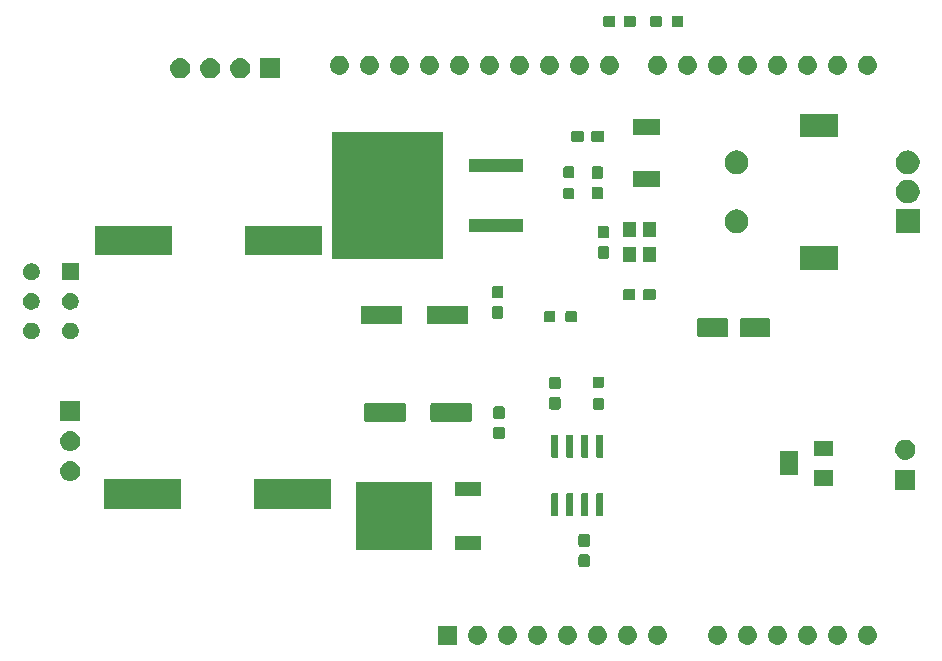
<source format=gbr>
%TF.GenerationSoftware,KiCad,Pcbnew,(5.0.1)-3*%
%TF.CreationDate,2020-11-23T15:34:51+02:00*%
%TF.ProjectId,Function_generator,46756E6374696F6E5F67656E65726174,rev?*%
%TF.SameCoordinates,Original*%
%TF.FileFunction,Soldermask,Top*%
%TF.FilePolarity,Negative*%
%FSLAX46Y46*%
G04 Gerber Fmt 4.6, Leading zero omitted, Abs format (unit mm)*
G04 Created by KiCad (PCBNEW (5.0.1)-3) date 23.11.2020 15:34:51*
%MOMM*%
%LPD*%
G01*
G04 APERTURE LIST*
%ADD10C,0.100000*%
G04 APERTURE END LIST*
D10*
G36*
X152898649Y-105379717D02*
X152937827Y-105383576D01*
X153013227Y-105406448D01*
X153088629Y-105429321D01*
X153227608Y-105503608D01*
X153349422Y-105603578D01*
X153449392Y-105725392D01*
X153523679Y-105864371D01*
X153569424Y-106015174D01*
X153584870Y-106172000D01*
X153569424Y-106328826D01*
X153523679Y-106479629D01*
X153449392Y-106618608D01*
X153349422Y-106740422D01*
X153227608Y-106840392D01*
X153088629Y-106914679D01*
X153013227Y-106937552D01*
X152937827Y-106960424D01*
X152898649Y-106964283D01*
X152820295Y-106972000D01*
X152741705Y-106972000D01*
X152663351Y-106964283D01*
X152624173Y-106960424D01*
X152548773Y-106937552D01*
X152473371Y-106914679D01*
X152334392Y-106840392D01*
X152212578Y-106740422D01*
X152112608Y-106618608D01*
X152038321Y-106479629D01*
X151992576Y-106328826D01*
X151977130Y-106172000D01*
X151992576Y-106015174D01*
X152038321Y-105864371D01*
X152112608Y-105725392D01*
X152212578Y-105603578D01*
X152334392Y-105503608D01*
X152473371Y-105429321D01*
X152548773Y-105406448D01*
X152624173Y-105383576D01*
X152663351Y-105379717D01*
X152741705Y-105372000D01*
X152820295Y-105372000D01*
X152898649Y-105379717D01*
X152898649Y-105379717D01*
G37*
G36*
X150358649Y-105379717D02*
X150397827Y-105383576D01*
X150473227Y-105406448D01*
X150548629Y-105429321D01*
X150687608Y-105503608D01*
X150809422Y-105603578D01*
X150909392Y-105725392D01*
X150983679Y-105864371D01*
X151029424Y-106015174D01*
X151044870Y-106172000D01*
X151029424Y-106328826D01*
X150983679Y-106479629D01*
X150909392Y-106618608D01*
X150809422Y-106740422D01*
X150687608Y-106840392D01*
X150548629Y-106914679D01*
X150473227Y-106937552D01*
X150397827Y-106960424D01*
X150358649Y-106964283D01*
X150280295Y-106972000D01*
X150201705Y-106972000D01*
X150123351Y-106964283D01*
X150084173Y-106960424D01*
X150008773Y-106937552D01*
X149933371Y-106914679D01*
X149794392Y-106840392D01*
X149672578Y-106740422D01*
X149572608Y-106618608D01*
X149498321Y-106479629D01*
X149452576Y-106328826D01*
X149437130Y-106172000D01*
X149452576Y-106015174D01*
X149498321Y-105864371D01*
X149572608Y-105725392D01*
X149672578Y-105603578D01*
X149794392Y-105503608D01*
X149933371Y-105429321D01*
X150008773Y-105406448D01*
X150084173Y-105383576D01*
X150123351Y-105379717D01*
X150201705Y-105372000D01*
X150280295Y-105372000D01*
X150358649Y-105379717D01*
X150358649Y-105379717D01*
G37*
G36*
X118021000Y-106972000D02*
X116421000Y-106972000D01*
X116421000Y-105372000D01*
X118021000Y-105372000D01*
X118021000Y-106972000D01*
X118021000Y-106972000D01*
G37*
G36*
X119878649Y-105379717D02*
X119917827Y-105383576D01*
X119993227Y-105406448D01*
X120068629Y-105429321D01*
X120207608Y-105503608D01*
X120329422Y-105603578D01*
X120429392Y-105725392D01*
X120503679Y-105864371D01*
X120549424Y-106015174D01*
X120564870Y-106172000D01*
X120549424Y-106328826D01*
X120503679Y-106479629D01*
X120429392Y-106618608D01*
X120329422Y-106740422D01*
X120207608Y-106840392D01*
X120068629Y-106914679D01*
X119993227Y-106937552D01*
X119917827Y-106960424D01*
X119878649Y-106964283D01*
X119800295Y-106972000D01*
X119721705Y-106972000D01*
X119643351Y-106964283D01*
X119604173Y-106960424D01*
X119528773Y-106937552D01*
X119453371Y-106914679D01*
X119314392Y-106840392D01*
X119192578Y-106740422D01*
X119092608Y-106618608D01*
X119018321Y-106479629D01*
X118972576Y-106328826D01*
X118957130Y-106172000D01*
X118972576Y-106015174D01*
X119018321Y-105864371D01*
X119092608Y-105725392D01*
X119192578Y-105603578D01*
X119314392Y-105503608D01*
X119453371Y-105429321D01*
X119528773Y-105406448D01*
X119604173Y-105383576D01*
X119643351Y-105379717D01*
X119721705Y-105372000D01*
X119800295Y-105372000D01*
X119878649Y-105379717D01*
X119878649Y-105379717D01*
G37*
G36*
X122418649Y-105379717D02*
X122457827Y-105383576D01*
X122533227Y-105406448D01*
X122608629Y-105429321D01*
X122747608Y-105503608D01*
X122869422Y-105603578D01*
X122969392Y-105725392D01*
X123043679Y-105864371D01*
X123089424Y-106015174D01*
X123104870Y-106172000D01*
X123089424Y-106328826D01*
X123043679Y-106479629D01*
X122969392Y-106618608D01*
X122869422Y-106740422D01*
X122747608Y-106840392D01*
X122608629Y-106914679D01*
X122533227Y-106937552D01*
X122457827Y-106960424D01*
X122418649Y-106964283D01*
X122340295Y-106972000D01*
X122261705Y-106972000D01*
X122183351Y-106964283D01*
X122144173Y-106960424D01*
X122068773Y-106937552D01*
X121993371Y-106914679D01*
X121854392Y-106840392D01*
X121732578Y-106740422D01*
X121632608Y-106618608D01*
X121558321Y-106479629D01*
X121512576Y-106328826D01*
X121497130Y-106172000D01*
X121512576Y-106015174D01*
X121558321Y-105864371D01*
X121632608Y-105725392D01*
X121732578Y-105603578D01*
X121854392Y-105503608D01*
X121993371Y-105429321D01*
X122068773Y-105406448D01*
X122144173Y-105383576D01*
X122183351Y-105379717D01*
X122261705Y-105372000D01*
X122340295Y-105372000D01*
X122418649Y-105379717D01*
X122418649Y-105379717D01*
G37*
G36*
X124958649Y-105379717D02*
X124997827Y-105383576D01*
X125073227Y-105406448D01*
X125148629Y-105429321D01*
X125287608Y-105503608D01*
X125409422Y-105603578D01*
X125509392Y-105725392D01*
X125583679Y-105864371D01*
X125629424Y-106015174D01*
X125644870Y-106172000D01*
X125629424Y-106328826D01*
X125583679Y-106479629D01*
X125509392Y-106618608D01*
X125409422Y-106740422D01*
X125287608Y-106840392D01*
X125148629Y-106914679D01*
X125073227Y-106937552D01*
X124997827Y-106960424D01*
X124958649Y-106964283D01*
X124880295Y-106972000D01*
X124801705Y-106972000D01*
X124723351Y-106964283D01*
X124684173Y-106960424D01*
X124608773Y-106937552D01*
X124533371Y-106914679D01*
X124394392Y-106840392D01*
X124272578Y-106740422D01*
X124172608Y-106618608D01*
X124098321Y-106479629D01*
X124052576Y-106328826D01*
X124037130Y-106172000D01*
X124052576Y-106015174D01*
X124098321Y-105864371D01*
X124172608Y-105725392D01*
X124272578Y-105603578D01*
X124394392Y-105503608D01*
X124533371Y-105429321D01*
X124608773Y-105406448D01*
X124684173Y-105383576D01*
X124723351Y-105379717D01*
X124801705Y-105372000D01*
X124880295Y-105372000D01*
X124958649Y-105379717D01*
X124958649Y-105379717D01*
G37*
G36*
X127498649Y-105379717D02*
X127537827Y-105383576D01*
X127613227Y-105406448D01*
X127688629Y-105429321D01*
X127827608Y-105503608D01*
X127949422Y-105603578D01*
X128049392Y-105725392D01*
X128123679Y-105864371D01*
X128169424Y-106015174D01*
X128184870Y-106172000D01*
X128169424Y-106328826D01*
X128123679Y-106479629D01*
X128049392Y-106618608D01*
X127949422Y-106740422D01*
X127827608Y-106840392D01*
X127688629Y-106914679D01*
X127613227Y-106937552D01*
X127537827Y-106960424D01*
X127498649Y-106964283D01*
X127420295Y-106972000D01*
X127341705Y-106972000D01*
X127263351Y-106964283D01*
X127224173Y-106960424D01*
X127148773Y-106937552D01*
X127073371Y-106914679D01*
X126934392Y-106840392D01*
X126812578Y-106740422D01*
X126712608Y-106618608D01*
X126638321Y-106479629D01*
X126592576Y-106328826D01*
X126577130Y-106172000D01*
X126592576Y-106015174D01*
X126638321Y-105864371D01*
X126712608Y-105725392D01*
X126812578Y-105603578D01*
X126934392Y-105503608D01*
X127073371Y-105429321D01*
X127148773Y-105406448D01*
X127224173Y-105383576D01*
X127263351Y-105379717D01*
X127341705Y-105372000D01*
X127420295Y-105372000D01*
X127498649Y-105379717D01*
X127498649Y-105379717D01*
G37*
G36*
X130038649Y-105379717D02*
X130077827Y-105383576D01*
X130153227Y-105406448D01*
X130228629Y-105429321D01*
X130367608Y-105503608D01*
X130489422Y-105603578D01*
X130589392Y-105725392D01*
X130663679Y-105864371D01*
X130709424Y-106015174D01*
X130724870Y-106172000D01*
X130709424Y-106328826D01*
X130663679Y-106479629D01*
X130589392Y-106618608D01*
X130489422Y-106740422D01*
X130367608Y-106840392D01*
X130228629Y-106914679D01*
X130153227Y-106937552D01*
X130077827Y-106960424D01*
X130038649Y-106964283D01*
X129960295Y-106972000D01*
X129881705Y-106972000D01*
X129803351Y-106964283D01*
X129764173Y-106960424D01*
X129688773Y-106937552D01*
X129613371Y-106914679D01*
X129474392Y-106840392D01*
X129352578Y-106740422D01*
X129252608Y-106618608D01*
X129178321Y-106479629D01*
X129132576Y-106328826D01*
X129117130Y-106172000D01*
X129132576Y-106015174D01*
X129178321Y-105864371D01*
X129252608Y-105725392D01*
X129352578Y-105603578D01*
X129474392Y-105503608D01*
X129613371Y-105429321D01*
X129688773Y-105406448D01*
X129764173Y-105383576D01*
X129803351Y-105379717D01*
X129881705Y-105372000D01*
X129960295Y-105372000D01*
X130038649Y-105379717D01*
X130038649Y-105379717D01*
G37*
G36*
X135118649Y-105379717D02*
X135157827Y-105383576D01*
X135233227Y-105406448D01*
X135308629Y-105429321D01*
X135447608Y-105503608D01*
X135569422Y-105603578D01*
X135669392Y-105725392D01*
X135743679Y-105864371D01*
X135789424Y-106015174D01*
X135804870Y-106172000D01*
X135789424Y-106328826D01*
X135743679Y-106479629D01*
X135669392Y-106618608D01*
X135569422Y-106740422D01*
X135447608Y-106840392D01*
X135308629Y-106914679D01*
X135233227Y-106937552D01*
X135157827Y-106960424D01*
X135118649Y-106964283D01*
X135040295Y-106972000D01*
X134961705Y-106972000D01*
X134883351Y-106964283D01*
X134844173Y-106960424D01*
X134768773Y-106937552D01*
X134693371Y-106914679D01*
X134554392Y-106840392D01*
X134432578Y-106740422D01*
X134332608Y-106618608D01*
X134258321Y-106479629D01*
X134212576Y-106328826D01*
X134197130Y-106172000D01*
X134212576Y-106015174D01*
X134258321Y-105864371D01*
X134332608Y-105725392D01*
X134432578Y-105603578D01*
X134554392Y-105503608D01*
X134693371Y-105429321D01*
X134768773Y-105406448D01*
X134844173Y-105383576D01*
X134883351Y-105379717D01*
X134961705Y-105372000D01*
X135040295Y-105372000D01*
X135118649Y-105379717D01*
X135118649Y-105379717D01*
G37*
G36*
X132578649Y-105379717D02*
X132617827Y-105383576D01*
X132693227Y-105406448D01*
X132768629Y-105429321D01*
X132907608Y-105503608D01*
X133029422Y-105603578D01*
X133129392Y-105725392D01*
X133203679Y-105864371D01*
X133249424Y-106015174D01*
X133264870Y-106172000D01*
X133249424Y-106328826D01*
X133203679Y-106479629D01*
X133129392Y-106618608D01*
X133029422Y-106740422D01*
X132907608Y-106840392D01*
X132768629Y-106914679D01*
X132693227Y-106937552D01*
X132617827Y-106960424D01*
X132578649Y-106964283D01*
X132500295Y-106972000D01*
X132421705Y-106972000D01*
X132343351Y-106964283D01*
X132304173Y-106960424D01*
X132228773Y-106937552D01*
X132153371Y-106914679D01*
X132014392Y-106840392D01*
X131892578Y-106740422D01*
X131792608Y-106618608D01*
X131718321Y-106479629D01*
X131672576Y-106328826D01*
X131657130Y-106172000D01*
X131672576Y-106015174D01*
X131718321Y-105864371D01*
X131792608Y-105725392D01*
X131892578Y-105603578D01*
X132014392Y-105503608D01*
X132153371Y-105429321D01*
X132228773Y-105406448D01*
X132304173Y-105383576D01*
X132343351Y-105379717D01*
X132421705Y-105372000D01*
X132500295Y-105372000D01*
X132578649Y-105379717D01*
X132578649Y-105379717D01*
G37*
G36*
X147818649Y-105379717D02*
X147857827Y-105383576D01*
X147933227Y-105406448D01*
X148008629Y-105429321D01*
X148147608Y-105503608D01*
X148269422Y-105603578D01*
X148369392Y-105725392D01*
X148443679Y-105864371D01*
X148489424Y-106015174D01*
X148504870Y-106172000D01*
X148489424Y-106328826D01*
X148443679Y-106479629D01*
X148369392Y-106618608D01*
X148269422Y-106740422D01*
X148147608Y-106840392D01*
X148008629Y-106914679D01*
X147933227Y-106937552D01*
X147857827Y-106960424D01*
X147818649Y-106964283D01*
X147740295Y-106972000D01*
X147661705Y-106972000D01*
X147583351Y-106964283D01*
X147544173Y-106960424D01*
X147468773Y-106937552D01*
X147393371Y-106914679D01*
X147254392Y-106840392D01*
X147132578Y-106740422D01*
X147032608Y-106618608D01*
X146958321Y-106479629D01*
X146912576Y-106328826D01*
X146897130Y-106172000D01*
X146912576Y-106015174D01*
X146958321Y-105864371D01*
X147032608Y-105725392D01*
X147132578Y-105603578D01*
X147254392Y-105503608D01*
X147393371Y-105429321D01*
X147468773Y-105406448D01*
X147544173Y-105383576D01*
X147583351Y-105379717D01*
X147661705Y-105372000D01*
X147740295Y-105372000D01*
X147818649Y-105379717D01*
X147818649Y-105379717D01*
G37*
G36*
X145278649Y-105379717D02*
X145317827Y-105383576D01*
X145393227Y-105406448D01*
X145468629Y-105429321D01*
X145607608Y-105503608D01*
X145729422Y-105603578D01*
X145829392Y-105725392D01*
X145903679Y-105864371D01*
X145949424Y-106015174D01*
X145964870Y-106172000D01*
X145949424Y-106328826D01*
X145903679Y-106479629D01*
X145829392Y-106618608D01*
X145729422Y-106740422D01*
X145607608Y-106840392D01*
X145468629Y-106914679D01*
X145393227Y-106937552D01*
X145317827Y-106960424D01*
X145278649Y-106964283D01*
X145200295Y-106972000D01*
X145121705Y-106972000D01*
X145043351Y-106964283D01*
X145004173Y-106960424D01*
X144928773Y-106937552D01*
X144853371Y-106914679D01*
X144714392Y-106840392D01*
X144592578Y-106740422D01*
X144492608Y-106618608D01*
X144418321Y-106479629D01*
X144372576Y-106328826D01*
X144357130Y-106172000D01*
X144372576Y-106015174D01*
X144418321Y-105864371D01*
X144492608Y-105725392D01*
X144592578Y-105603578D01*
X144714392Y-105503608D01*
X144853371Y-105429321D01*
X144928773Y-105406448D01*
X145004173Y-105383576D01*
X145043351Y-105379717D01*
X145121705Y-105372000D01*
X145200295Y-105372000D01*
X145278649Y-105379717D01*
X145278649Y-105379717D01*
G37*
G36*
X140198649Y-105379717D02*
X140237827Y-105383576D01*
X140313227Y-105406448D01*
X140388629Y-105429321D01*
X140527608Y-105503608D01*
X140649422Y-105603578D01*
X140749392Y-105725392D01*
X140823679Y-105864371D01*
X140869424Y-106015174D01*
X140884870Y-106172000D01*
X140869424Y-106328826D01*
X140823679Y-106479629D01*
X140749392Y-106618608D01*
X140649422Y-106740422D01*
X140527608Y-106840392D01*
X140388629Y-106914679D01*
X140313227Y-106937552D01*
X140237827Y-106960424D01*
X140198649Y-106964283D01*
X140120295Y-106972000D01*
X140041705Y-106972000D01*
X139963351Y-106964283D01*
X139924173Y-106960424D01*
X139848773Y-106937552D01*
X139773371Y-106914679D01*
X139634392Y-106840392D01*
X139512578Y-106740422D01*
X139412608Y-106618608D01*
X139338321Y-106479629D01*
X139292576Y-106328826D01*
X139277130Y-106172000D01*
X139292576Y-106015174D01*
X139338321Y-105864371D01*
X139412608Y-105725392D01*
X139512578Y-105603578D01*
X139634392Y-105503608D01*
X139773371Y-105429321D01*
X139848773Y-105406448D01*
X139924173Y-105383576D01*
X139963351Y-105379717D01*
X140041705Y-105372000D01*
X140120295Y-105372000D01*
X140198649Y-105379717D01*
X140198649Y-105379717D01*
G37*
G36*
X142738649Y-105379717D02*
X142777827Y-105383576D01*
X142853227Y-105406448D01*
X142928629Y-105429321D01*
X143067608Y-105503608D01*
X143189422Y-105603578D01*
X143289392Y-105725392D01*
X143363679Y-105864371D01*
X143409424Y-106015174D01*
X143424870Y-106172000D01*
X143409424Y-106328826D01*
X143363679Y-106479629D01*
X143289392Y-106618608D01*
X143189422Y-106740422D01*
X143067608Y-106840392D01*
X142928629Y-106914679D01*
X142853227Y-106937552D01*
X142777827Y-106960424D01*
X142738649Y-106964283D01*
X142660295Y-106972000D01*
X142581705Y-106972000D01*
X142503351Y-106964283D01*
X142464173Y-106960424D01*
X142388773Y-106937552D01*
X142313371Y-106914679D01*
X142174392Y-106840392D01*
X142052578Y-106740422D01*
X141952608Y-106618608D01*
X141878321Y-106479629D01*
X141832576Y-106328826D01*
X141817130Y-106172000D01*
X141832576Y-106015174D01*
X141878321Y-105864371D01*
X141952608Y-105725392D01*
X142052578Y-105603578D01*
X142174392Y-105503608D01*
X142313371Y-105429321D01*
X142388773Y-105406448D01*
X142464173Y-105383576D01*
X142503351Y-105379717D01*
X142581705Y-105372000D01*
X142660295Y-105372000D01*
X142738649Y-105379717D01*
X142738649Y-105379717D01*
G37*
G36*
X129134024Y-99337955D02*
X129166736Y-99347879D01*
X129196890Y-99363997D01*
X129223316Y-99385684D01*
X129245003Y-99412110D01*
X129261121Y-99442264D01*
X129271045Y-99474976D01*
X129275000Y-99515138D01*
X129275000Y-100227862D01*
X129271045Y-100268024D01*
X129261121Y-100300736D01*
X129245003Y-100330890D01*
X129223316Y-100357316D01*
X129196890Y-100379003D01*
X129166736Y-100395121D01*
X129134024Y-100405045D01*
X129093862Y-100409000D01*
X128506138Y-100409000D01*
X128465976Y-100405045D01*
X128433264Y-100395121D01*
X128403110Y-100379003D01*
X128376684Y-100357316D01*
X128354997Y-100330890D01*
X128338879Y-100300736D01*
X128328955Y-100268024D01*
X128325000Y-100227862D01*
X128325000Y-99515138D01*
X128328955Y-99474976D01*
X128338879Y-99442264D01*
X128354997Y-99412110D01*
X128376684Y-99385684D01*
X128403110Y-99363997D01*
X128433264Y-99347879D01*
X128465976Y-99337955D01*
X128506138Y-99334000D01*
X129093862Y-99334000D01*
X129134024Y-99337955D01*
X129134024Y-99337955D01*
G37*
G36*
X115908000Y-98975500D02*
X109508000Y-98975500D01*
X109508000Y-93175500D01*
X115908000Y-93175500D01*
X115908000Y-98975500D01*
X115908000Y-98975500D01*
G37*
G36*
X120108000Y-98955500D02*
X117908000Y-98955500D01*
X117908000Y-97755500D01*
X120108000Y-97755500D01*
X120108000Y-98955500D01*
X120108000Y-98955500D01*
G37*
G36*
X129134024Y-97612955D02*
X129166736Y-97622879D01*
X129196890Y-97638997D01*
X129223316Y-97660684D01*
X129245003Y-97687110D01*
X129261121Y-97717264D01*
X129271045Y-97749976D01*
X129275000Y-97790138D01*
X129275000Y-98502862D01*
X129271045Y-98543024D01*
X129261121Y-98575736D01*
X129245003Y-98605890D01*
X129223316Y-98632316D01*
X129196890Y-98654003D01*
X129166736Y-98670121D01*
X129134024Y-98680045D01*
X129093862Y-98684000D01*
X128506138Y-98684000D01*
X128465976Y-98680045D01*
X128433264Y-98670121D01*
X128403110Y-98654003D01*
X128376684Y-98632316D01*
X128354997Y-98605890D01*
X128338879Y-98575736D01*
X128328955Y-98543024D01*
X128325000Y-98502862D01*
X128325000Y-97790138D01*
X128328955Y-97749976D01*
X128338879Y-97717264D01*
X128354997Y-97687110D01*
X128376684Y-97660684D01*
X128403110Y-97638997D01*
X128433264Y-97622879D01*
X128465976Y-97612955D01*
X128506138Y-97609000D01*
X129093862Y-97609000D01*
X129134024Y-97612955D01*
X129134024Y-97612955D01*
G37*
G36*
X130372452Y-94161274D02*
X130388750Y-94166218D01*
X130403777Y-94174251D01*
X130416944Y-94185056D01*
X130427749Y-94198223D01*
X130435782Y-94213250D01*
X130440726Y-94229548D01*
X130443000Y-94252640D01*
X130443000Y-96015360D01*
X130440726Y-96038452D01*
X130435782Y-96054750D01*
X130427749Y-96069777D01*
X130416944Y-96082944D01*
X130403777Y-96093749D01*
X130388750Y-96101782D01*
X130372452Y-96106726D01*
X130349360Y-96109000D01*
X129936640Y-96109000D01*
X129913548Y-96106726D01*
X129897250Y-96101782D01*
X129882223Y-96093749D01*
X129869056Y-96082944D01*
X129858251Y-96069777D01*
X129850218Y-96054750D01*
X129845274Y-96038452D01*
X129843000Y-96015360D01*
X129843000Y-94252640D01*
X129845274Y-94229548D01*
X129850218Y-94213250D01*
X129858251Y-94198223D01*
X129869056Y-94185056D01*
X129882223Y-94174251D01*
X129897250Y-94166218D01*
X129913548Y-94161274D01*
X129936640Y-94159000D01*
X130349360Y-94159000D01*
X130372452Y-94161274D01*
X130372452Y-94161274D01*
G37*
G36*
X129102452Y-94161274D02*
X129118750Y-94166218D01*
X129133777Y-94174251D01*
X129146944Y-94185056D01*
X129157749Y-94198223D01*
X129165782Y-94213250D01*
X129170726Y-94229548D01*
X129173000Y-94252640D01*
X129173000Y-96015360D01*
X129170726Y-96038452D01*
X129165782Y-96054750D01*
X129157749Y-96069777D01*
X129146944Y-96082944D01*
X129133777Y-96093749D01*
X129118750Y-96101782D01*
X129102452Y-96106726D01*
X129079360Y-96109000D01*
X128666640Y-96109000D01*
X128643548Y-96106726D01*
X128627250Y-96101782D01*
X128612223Y-96093749D01*
X128599056Y-96082944D01*
X128588251Y-96069777D01*
X128580218Y-96054750D01*
X128575274Y-96038452D01*
X128573000Y-96015360D01*
X128573000Y-94252640D01*
X128575274Y-94229548D01*
X128580218Y-94213250D01*
X128588251Y-94198223D01*
X128599056Y-94185056D01*
X128612223Y-94174251D01*
X128627250Y-94166218D01*
X128643548Y-94161274D01*
X128666640Y-94159000D01*
X129079360Y-94159000D01*
X129102452Y-94161274D01*
X129102452Y-94161274D01*
G37*
G36*
X127832452Y-94161274D02*
X127848750Y-94166218D01*
X127863777Y-94174251D01*
X127876944Y-94185056D01*
X127887749Y-94198223D01*
X127895782Y-94213250D01*
X127900726Y-94229548D01*
X127903000Y-94252640D01*
X127903000Y-96015360D01*
X127900726Y-96038452D01*
X127895782Y-96054750D01*
X127887749Y-96069777D01*
X127876944Y-96082944D01*
X127863777Y-96093749D01*
X127848750Y-96101782D01*
X127832452Y-96106726D01*
X127809360Y-96109000D01*
X127396640Y-96109000D01*
X127373548Y-96106726D01*
X127357250Y-96101782D01*
X127342223Y-96093749D01*
X127329056Y-96082944D01*
X127318251Y-96069777D01*
X127310218Y-96054750D01*
X127305274Y-96038452D01*
X127303000Y-96015360D01*
X127303000Y-94252640D01*
X127305274Y-94229548D01*
X127310218Y-94213250D01*
X127318251Y-94198223D01*
X127329056Y-94185056D01*
X127342223Y-94174251D01*
X127357250Y-94166218D01*
X127373548Y-94161274D01*
X127396640Y-94159000D01*
X127809360Y-94159000D01*
X127832452Y-94161274D01*
X127832452Y-94161274D01*
G37*
G36*
X126562452Y-94161274D02*
X126578750Y-94166218D01*
X126593777Y-94174251D01*
X126606944Y-94185056D01*
X126617749Y-94198223D01*
X126625782Y-94213250D01*
X126630726Y-94229548D01*
X126633000Y-94252640D01*
X126633000Y-96015360D01*
X126630726Y-96038452D01*
X126625782Y-96054750D01*
X126617749Y-96069777D01*
X126606944Y-96082944D01*
X126593777Y-96093749D01*
X126578750Y-96101782D01*
X126562452Y-96106726D01*
X126539360Y-96109000D01*
X126126640Y-96109000D01*
X126103548Y-96106726D01*
X126087250Y-96101782D01*
X126072223Y-96093749D01*
X126059056Y-96082944D01*
X126048251Y-96069777D01*
X126040218Y-96054750D01*
X126035274Y-96038452D01*
X126033000Y-96015360D01*
X126033000Y-94252640D01*
X126035274Y-94229548D01*
X126040218Y-94213250D01*
X126048251Y-94198223D01*
X126059056Y-94185056D01*
X126072223Y-94174251D01*
X126087250Y-94166218D01*
X126103548Y-94161274D01*
X126126640Y-94159000D01*
X126539360Y-94159000D01*
X126562452Y-94161274D01*
X126562452Y-94161274D01*
G37*
G36*
X94690000Y-95484000D02*
X88190000Y-95484000D01*
X88190000Y-92984000D01*
X94690000Y-92984000D01*
X94690000Y-95484000D01*
X94690000Y-95484000D01*
G37*
G36*
X107390000Y-95484000D02*
X100890000Y-95484000D01*
X100890000Y-92984000D01*
X107390000Y-92984000D01*
X107390000Y-95484000D01*
X107390000Y-95484000D01*
G37*
G36*
X120108000Y-94395500D02*
X117908000Y-94395500D01*
X117908000Y-93195500D01*
X120108000Y-93195500D01*
X120108000Y-94395500D01*
X120108000Y-94395500D01*
G37*
G36*
X156850000Y-93850000D02*
X155150000Y-93850000D01*
X155150000Y-92150000D01*
X156850000Y-92150000D01*
X156850000Y-93850000D01*
X156850000Y-93850000D01*
G37*
G36*
X149850000Y-93500000D02*
X148250000Y-93500000D01*
X148250000Y-92200000D01*
X149850000Y-92200000D01*
X149850000Y-93500000D01*
X149850000Y-93500000D01*
G37*
G36*
X85466630Y-91442299D02*
X85626855Y-91490903D01*
X85774520Y-91569831D01*
X85903949Y-91676051D01*
X86010169Y-91805480D01*
X86089097Y-91953145D01*
X86137701Y-92113370D01*
X86154112Y-92280000D01*
X86137701Y-92446630D01*
X86089097Y-92606855D01*
X86010169Y-92754520D01*
X85903949Y-92883949D01*
X85774520Y-92990169D01*
X85626855Y-93069097D01*
X85466630Y-93117701D01*
X85341752Y-93130000D01*
X85258248Y-93130000D01*
X85133370Y-93117701D01*
X84973145Y-93069097D01*
X84825480Y-92990169D01*
X84696051Y-92883949D01*
X84589831Y-92754520D01*
X84510903Y-92606855D01*
X84462299Y-92446630D01*
X84445888Y-92280000D01*
X84462299Y-92113370D01*
X84510903Y-91953145D01*
X84589831Y-91805480D01*
X84696051Y-91676051D01*
X84825480Y-91569831D01*
X84973145Y-91490903D01*
X85133370Y-91442299D01*
X85258248Y-91430000D01*
X85341752Y-91430000D01*
X85466630Y-91442299D01*
X85466630Y-91442299D01*
G37*
G36*
X146950000Y-92600000D02*
X145350000Y-92600000D01*
X145350000Y-90600000D01*
X146950000Y-90600000D01*
X146950000Y-92600000D01*
X146950000Y-92600000D01*
G37*
G36*
X156166630Y-89622299D02*
X156326855Y-89670903D01*
X156474520Y-89749831D01*
X156603949Y-89856051D01*
X156710169Y-89985480D01*
X156789097Y-90133145D01*
X156837701Y-90293370D01*
X156854112Y-90460000D01*
X156837701Y-90626630D01*
X156789097Y-90786855D01*
X156710169Y-90934520D01*
X156603949Y-91063949D01*
X156474520Y-91170169D01*
X156326855Y-91249097D01*
X156166630Y-91297701D01*
X156041752Y-91310000D01*
X155958248Y-91310000D01*
X155833370Y-91297701D01*
X155673145Y-91249097D01*
X155525480Y-91170169D01*
X155396051Y-91063949D01*
X155289831Y-90934520D01*
X155210903Y-90786855D01*
X155162299Y-90626630D01*
X155145888Y-90460000D01*
X155162299Y-90293370D01*
X155210903Y-90133145D01*
X155289831Y-89985480D01*
X155396051Y-89856051D01*
X155525480Y-89749831D01*
X155673145Y-89670903D01*
X155833370Y-89622299D01*
X155958248Y-89610000D01*
X156041752Y-89610000D01*
X156166630Y-89622299D01*
X156166630Y-89622299D01*
G37*
G36*
X126562452Y-89211274D02*
X126578750Y-89216218D01*
X126593777Y-89224251D01*
X126606944Y-89235056D01*
X126617749Y-89248223D01*
X126625782Y-89263250D01*
X126630726Y-89279548D01*
X126633000Y-89302640D01*
X126633000Y-91065360D01*
X126630726Y-91088452D01*
X126625782Y-91104750D01*
X126617749Y-91119777D01*
X126606944Y-91132944D01*
X126593777Y-91143749D01*
X126578750Y-91151782D01*
X126562452Y-91156726D01*
X126539360Y-91159000D01*
X126126640Y-91159000D01*
X126103548Y-91156726D01*
X126087250Y-91151782D01*
X126072223Y-91143749D01*
X126059056Y-91132944D01*
X126048251Y-91119777D01*
X126040218Y-91104750D01*
X126035274Y-91088452D01*
X126033000Y-91065360D01*
X126033000Y-89302640D01*
X126035274Y-89279548D01*
X126040218Y-89263250D01*
X126048251Y-89248223D01*
X126059056Y-89235056D01*
X126072223Y-89224251D01*
X126087250Y-89216218D01*
X126103548Y-89211274D01*
X126126640Y-89209000D01*
X126539360Y-89209000D01*
X126562452Y-89211274D01*
X126562452Y-89211274D01*
G37*
G36*
X127832452Y-89211274D02*
X127848750Y-89216218D01*
X127863777Y-89224251D01*
X127876944Y-89235056D01*
X127887749Y-89248223D01*
X127895782Y-89263250D01*
X127900726Y-89279548D01*
X127903000Y-89302640D01*
X127903000Y-91065360D01*
X127900726Y-91088452D01*
X127895782Y-91104750D01*
X127887749Y-91119777D01*
X127876944Y-91132944D01*
X127863777Y-91143749D01*
X127848750Y-91151782D01*
X127832452Y-91156726D01*
X127809360Y-91159000D01*
X127396640Y-91159000D01*
X127373548Y-91156726D01*
X127357250Y-91151782D01*
X127342223Y-91143749D01*
X127329056Y-91132944D01*
X127318251Y-91119777D01*
X127310218Y-91104750D01*
X127305274Y-91088452D01*
X127303000Y-91065360D01*
X127303000Y-89302640D01*
X127305274Y-89279548D01*
X127310218Y-89263250D01*
X127318251Y-89248223D01*
X127329056Y-89235056D01*
X127342223Y-89224251D01*
X127357250Y-89216218D01*
X127373548Y-89211274D01*
X127396640Y-89209000D01*
X127809360Y-89209000D01*
X127832452Y-89211274D01*
X127832452Y-89211274D01*
G37*
G36*
X130372452Y-89211274D02*
X130388750Y-89216218D01*
X130403777Y-89224251D01*
X130416944Y-89235056D01*
X130427749Y-89248223D01*
X130435782Y-89263250D01*
X130440726Y-89279548D01*
X130443000Y-89302640D01*
X130443000Y-91065360D01*
X130440726Y-91088452D01*
X130435782Y-91104750D01*
X130427749Y-91119777D01*
X130416944Y-91132944D01*
X130403777Y-91143749D01*
X130388750Y-91151782D01*
X130372452Y-91156726D01*
X130349360Y-91159000D01*
X129936640Y-91159000D01*
X129913548Y-91156726D01*
X129897250Y-91151782D01*
X129882223Y-91143749D01*
X129869056Y-91132944D01*
X129858251Y-91119777D01*
X129850218Y-91104750D01*
X129845274Y-91088452D01*
X129843000Y-91065360D01*
X129843000Y-89302640D01*
X129845274Y-89279548D01*
X129850218Y-89263250D01*
X129858251Y-89248223D01*
X129869056Y-89235056D01*
X129882223Y-89224251D01*
X129897250Y-89216218D01*
X129913548Y-89211274D01*
X129936640Y-89209000D01*
X130349360Y-89209000D01*
X130372452Y-89211274D01*
X130372452Y-89211274D01*
G37*
G36*
X129102452Y-89211274D02*
X129118750Y-89216218D01*
X129133777Y-89224251D01*
X129146944Y-89235056D01*
X129157749Y-89248223D01*
X129165782Y-89263250D01*
X129170726Y-89279548D01*
X129173000Y-89302640D01*
X129173000Y-91065360D01*
X129170726Y-91088452D01*
X129165782Y-91104750D01*
X129157749Y-91119777D01*
X129146944Y-91132944D01*
X129133777Y-91143749D01*
X129118750Y-91151782D01*
X129102452Y-91156726D01*
X129079360Y-91159000D01*
X128666640Y-91159000D01*
X128643548Y-91156726D01*
X128627250Y-91151782D01*
X128612223Y-91143749D01*
X128599056Y-91132944D01*
X128588251Y-91119777D01*
X128580218Y-91104750D01*
X128575274Y-91088452D01*
X128573000Y-91065360D01*
X128573000Y-89302640D01*
X128575274Y-89279548D01*
X128580218Y-89263250D01*
X128588251Y-89248223D01*
X128599056Y-89235056D01*
X128612223Y-89224251D01*
X128627250Y-89216218D01*
X128643548Y-89211274D01*
X128666640Y-89209000D01*
X129079360Y-89209000D01*
X129102452Y-89211274D01*
X129102452Y-89211274D01*
G37*
G36*
X149850000Y-91000000D02*
X148250000Y-91000000D01*
X148250000Y-89700000D01*
X149850000Y-89700000D01*
X149850000Y-91000000D01*
X149850000Y-91000000D01*
G37*
G36*
X85466630Y-88902299D02*
X85626855Y-88950903D01*
X85774520Y-89029831D01*
X85903949Y-89136051D01*
X86010169Y-89265480D01*
X86089097Y-89413145D01*
X86137701Y-89573370D01*
X86154112Y-89740000D01*
X86137701Y-89906630D01*
X86089097Y-90066855D01*
X86010169Y-90214520D01*
X85903949Y-90343949D01*
X85774520Y-90450169D01*
X85626855Y-90529097D01*
X85466630Y-90577701D01*
X85341752Y-90590000D01*
X85258248Y-90590000D01*
X85133370Y-90577701D01*
X84973145Y-90529097D01*
X84825480Y-90450169D01*
X84696051Y-90343949D01*
X84589831Y-90214520D01*
X84510903Y-90066855D01*
X84462299Y-89906630D01*
X84445888Y-89740000D01*
X84462299Y-89573370D01*
X84510903Y-89413145D01*
X84589831Y-89265480D01*
X84696051Y-89136051D01*
X84825480Y-89029831D01*
X84973145Y-88950903D01*
X85133370Y-88902299D01*
X85258248Y-88890000D01*
X85341752Y-88890000D01*
X85466630Y-88902299D01*
X85466630Y-88902299D01*
G37*
G36*
X121934024Y-88528955D02*
X121966736Y-88538879D01*
X121996890Y-88554997D01*
X122023316Y-88576684D01*
X122045003Y-88603110D01*
X122061121Y-88633264D01*
X122071045Y-88665976D01*
X122075000Y-88706138D01*
X122075000Y-89418862D01*
X122071045Y-89459024D01*
X122061121Y-89491736D01*
X122045003Y-89521890D01*
X122023316Y-89548316D01*
X121996890Y-89570003D01*
X121966736Y-89586121D01*
X121934024Y-89596045D01*
X121893862Y-89600000D01*
X121306138Y-89600000D01*
X121265976Y-89596045D01*
X121233264Y-89586121D01*
X121203110Y-89570003D01*
X121176684Y-89548316D01*
X121154997Y-89521890D01*
X121138879Y-89491736D01*
X121128955Y-89459024D01*
X121125000Y-89418862D01*
X121125000Y-88706138D01*
X121128955Y-88665976D01*
X121138879Y-88633264D01*
X121154997Y-88603110D01*
X121176684Y-88576684D01*
X121203110Y-88554997D01*
X121233264Y-88538879D01*
X121265976Y-88528955D01*
X121306138Y-88525000D01*
X121893862Y-88525000D01*
X121934024Y-88528955D01*
X121934024Y-88528955D01*
G37*
G36*
X119162326Y-86516245D02*
X119192991Y-86525548D01*
X119221250Y-86540652D01*
X119246020Y-86560980D01*
X119266348Y-86585750D01*
X119281452Y-86614009D01*
X119290755Y-86644674D01*
X119294500Y-86682702D01*
X119294500Y-87942298D01*
X119290755Y-87980326D01*
X119281452Y-88010991D01*
X119266348Y-88039250D01*
X119246020Y-88064020D01*
X119221250Y-88084348D01*
X119192991Y-88099452D01*
X119162326Y-88108755D01*
X119124298Y-88112500D01*
X115964702Y-88112500D01*
X115926674Y-88108755D01*
X115896009Y-88099452D01*
X115867750Y-88084348D01*
X115842980Y-88064020D01*
X115822652Y-88039250D01*
X115807548Y-88010991D01*
X115798245Y-87980326D01*
X115794500Y-87942298D01*
X115794500Y-86682702D01*
X115798245Y-86644674D01*
X115807548Y-86614009D01*
X115822652Y-86585750D01*
X115842980Y-86560980D01*
X115867750Y-86540652D01*
X115896009Y-86525548D01*
X115926674Y-86516245D01*
X115964702Y-86512500D01*
X119124298Y-86512500D01*
X119162326Y-86516245D01*
X119162326Y-86516245D01*
G37*
G36*
X113562326Y-86516245D02*
X113592991Y-86525548D01*
X113621250Y-86540652D01*
X113646020Y-86560980D01*
X113666348Y-86585750D01*
X113681452Y-86614009D01*
X113690755Y-86644674D01*
X113694500Y-86682702D01*
X113694500Y-87942298D01*
X113690755Y-87980326D01*
X113681452Y-88010991D01*
X113666348Y-88039250D01*
X113646020Y-88064020D01*
X113621250Y-88084348D01*
X113592991Y-88099452D01*
X113562326Y-88108755D01*
X113524298Y-88112500D01*
X110364702Y-88112500D01*
X110326674Y-88108755D01*
X110296009Y-88099452D01*
X110267750Y-88084348D01*
X110242980Y-88064020D01*
X110222652Y-88039250D01*
X110207548Y-88010991D01*
X110198245Y-87980326D01*
X110194500Y-87942298D01*
X110194500Y-86682702D01*
X110198245Y-86644674D01*
X110207548Y-86614009D01*
X110222652Y-86585750D01*
X110242980Y-86560980D01*
X110267750Y-86540652D01*
X110296009Y-86525548D01*
X110326674Y-86516245D01*
X110364702Y-86512500D01*
X113524298Y-86512500D01*
X113562326Y-86516245D01*
X113562326Y-86516245D01*
G37*
G36*
X86150000Y-88050000D02*
X84450000Y-88050000D01*
X84450000Y-86350000D01*
X86150000Y-86350000D01*
X86150000Y-88050000D01*
X86150000Y-88050000D01*
G37*
G36*
X121934024Y-86803955D02*
X121966736Y-86813879D01*
X121996890Y-86829997D01*
X122023316Y-86851684D01*
X122045003Y-86878110D01*
X122061121Y-86908264D01*
X122071045Y-86940976D01*
X122075000Y-86981138D01*
X122075000Y-87693862D01*
X122071045Y-87734024D01*
X122061121Y-87766736D01*
X122045003Y-87796890D01*
X122023316Y-87823316D01*
X121996890Y-87845003D01*
X121966736Y-87861121D01*
X121934024Y-87871045D01*
X121893862Y-87875000D01*
X121306138Y-87875000D01*
X121265976Y-87871045D01*
X121233264Y-87861121D01*
X121203110Y-87845003D01*
X121176684Y-87823316D01*
X121154997Y-87796890D01*
X121138879Y-87766736D01*
X121128955Y-87734024D01*
X121125000Y-87693862D01*
X121125000Y-86981138D01*
X121128955Y-86940976D01*
X121138879Y-86908264D01*
X121154997Y-86878110D01*
X121176684Y-86851684D01*
X121203110Y-86829997D01*
X121233264Y-86813879D01*
X121265976Y-86803955D01*
X121306138Y-86800000D01*
X121893862Y-86800000D01*
X121934024Y-86803955D01*
X121934024Y-86803955D01*
G37*
G36*
X126667024Y-86002955D02*
X126699736Y-86012879D01*
X126729890Y-86028997D01*
X126756316Y-86050684D01*
X126778003Y-86077110D01*
X126794121Y-86107264D01*
X126804045Y-86139976D01*
X126808000Y-86180138D01*
X126808000Y-86892862D01*
X126804045Y-86933024D01*
X126794121Y-86965736D01*
X126778003Y-86995890D01*
X126756316Y-87022316D01*
X126729890Y-87044003D01*
X126699736Y-87060121D01*
X126667024Y-87070045D01*
X126626862Y-87074000D01*
X126039138Y-87074000D01*
X125998976Y-87070045D01*
X125966264Y-87060121D01*
X125936110Y-87044003D01*
X125909684Y-87022316D01*
X125887997Y-86995890D01*
X125871879Y-86965736D01*
X125861955Y-86933024D01*
X125858000Y-86892862D01*
X125858000Y-86180138D01*
X125861955Y-86139976D01*
X125871879Y-86107264D01*
X125887997Y-86077110D01*
X125909684Y-86050684D01*
X125936110Y-86028997D01*
X125966264Y-86012879D01*
X125998976Y-86002955D01*
X126039138Y-85999000D01*
X126626862Y-85999000D01*
X126667024Y-86002955D01*
X126667024Y-86002955D01*
G37*
G36*
X130350024Y-86102955D02*
X130382736Y-86112879D01*
X130412890Y-86128997D01*
X130439316Y-86150684D01*
X130461003Y-86177110D01*
X130477121Y-86207264D01*
X130487045Y-86239976D01*
X130491000Y-86280138D01*
X130491000Y-86892862D01*
X130487045Y-86933024D01*
X130477121Y-86965736D01*
X130461003Y-86995890D01*
X130439316Y-87022316D01*
X130412890Y-87044003D01*
X130382736Y-87060121D01*
X130350024Y-87070045D01*
X130309862Y-87074000D01*
X129722138Y-87074000D01*
X129681976Y-87070045D01*
X129649264Y-87060121D01*
X129619110Y-87044003D01*
X129592684Y-87022316D01*
X129570997Y-86995890D01*
X129554879Y-86965736D01*
X129544955Y-86933024D01*
X129541000Y-86892862D01*
X129541000Y-86280138D01*
X129544955Y-86239976D01*
X129554879Y-86207264D01*
X129570997Y-86177110D01*
X129592684Y-86150684D01*
X129619110Y-86128997D01*
X129649264Y-86112879D01*
X129681976Y-86102955D01*
X129722138Y-86099000D01*
X130309862Y-86099000D01*
X130350024Y-86102955D01*
X130350024Y-86102955D01*
G37*
G36*
X126667024Y-84277955D02*
X126699736Y-84287879D01*
X126729890Y-84303997D01*
X126756316Y-84325684D01*
X126778003Y-84352110D01*
X126794121Y-84382264D01*
X126804045Y-84414976D01*
X126808000Y-84455138D01*
X126808000Y-85167862D01*
X126804045Y-85208024D01*
X126794121Y-85240736D01*
X126778003Y-85270890D01*
X126756316Y-85297316D01*
X126729890Y-85319003D01*
X126699736Y-85335121D01*
X126667024Y-85345045D01*
X126626862Y-85349000D01*
X126039138Y-85349000D01*
X125998976Y-85345045D01*
X125966264Y-85335121D01*
X125936110Y-85319003D01*
X125909684Y-85297316D01*
X125887997Y-85270890D01*
X125871879Y-85240736D01*
X125861955Y-85208024D01*
X125858000Y-85167862D01*
X125858000Y-84455138D01*
X125861955Y-84414976D01*
X125871879Y-84382264D01*
X125887997Y-84352110D01*
X125909684Y-84325684D01*
X125936110Y-84303997D01*
X125966264Y-84287879D01*
X125998976Y-84277955D01*
X126039138Y-84274000D01*
X126626862Y-84274000D01*
X126667024Y-84277955D01*
X126667024Y-84277955D01*
G37*
G36*
X130350024Y-84277955D02*
X130382736Y-84287879D01*
X130412890Y-84303997D01*
X130439316Y-84325684D01*
X130461003Y-84352110D01*
X130477121Y-84382264D01*
X130487045Y-84414976D01*
X130491000Y-84455138D01*
X130491000Y-85067862D01*
X130487045Y-85108024D01*
X130477121Y-85140736D01*
X130461003Y-85170890D01*
X130439316Y-85197316D01*
X130412890Y-85219003D01*
X130382736Y-85235121D01*
X130350024Y-85245045D01*
X130309862Y-85249000D01*
X129722138Y-85249000D01*
X129681976Y-85245045D01*
X129649264Y-85235121D01*
X129619110Y-85219003D01*
X129592684Y-85197316D01*
X129570997Y-85170890D01*
X129554879Y-85140736D01*
X129544955Y-85108024D01*
X129541000Y-85067862D01*
X129541000Y-84455138D01*
X129544955Y-84414976D01*
X129554879Y-84382264D01*
X129570997Y-84352110D01*
X129592684Y-84325684D01*
X129619110Y-84303997D01*
X129649264Y-84287879D01*
X129681976Y-84277955D01*
X129722138Y-84274000D01*
X130309862Y-84274000D01*
X130350024Y-84277955D01*
X130350024Y-84277955D01*
G37*
G36*
X82204183Y-79726900D02*
X82331574Y-79779668D01*
X82338432Y-79784250D01*
X82446225Y-79856275D01*
X82543725Y-79953775D01*
X82620332Y-80068426D01*
X82673100Y-80195817D01*
X82700000Y-80331055D01*
X82700000Y-80468945D01*
X82673100Y-80604183D01*
X82638795Y-80687000D01*
X82620332Y-80731574D01*
X82557311Y-80825893D01*
X82543725Y-80846225D01*
X82446225Y-80943725D01*
X82331574Y-81020332D01*
X82204183Y-81073100D01*
X82068945Y-81100000D01*
X81931055Y-81100000D01*
X81795817Y-81073100D01*
X81668426Y-81020332D01*
X81553775Y-80943725D01*
X81456275Y-80846225D01*
X81442690Y-80825893D01*
X81379668Y-80731574D01*
X81361205Y-80687000D01*
X81326900Y-80604183D01*
X81300000Y-80468945D01*
X81300000Y-80331055D01*
X81326900Y-80195817D01*
X81379668Y-80068426D01*
X81456275Y-79953775D01*
X81553775Y-79856275D01*
X81661569Y-79784250D01*
X81668426Y-79779668D01*
X81795817Y-79726900D01*
X81931055Y-79700000D01*
X82068945Y-79700000D01*
X82204183Y-79726900D01*
X82204183Y-79726900D01*
G37*
G36*
X85504183Y-79726900D02*
X85631574Y-79779668D01*
X85638432Y-79784250D01*
X85746225Y-79856275D01*
X85843725Y-79953775D01*
X85920332Y-80068426D01*
X85973100Y-80195817D01*
X86000000Y-80331055D01*
X86000000Y-80468945D01*
X85973100Y-80604183D01*
X85938795Y-80687000D01*
X85920332Y-80731574D01*
X85857311Y-80825893D01*
X85843725Y-80846225D01*
X85746225Y-80943725D01*
X85631574Y-81020332D01*
X85504183Y-81073100D01*
X85368945Y-81100000D01*
X85231055Y-81100000D01*
X85095817Y-81073100D01*
X84968426Y-81020332D01*
X84853775Y-80943725D01*
X84756275Y-80846225D01*
X84742690Y-80825893D01*
X84679668Y-80731574D01*
X84661205Y-80687000D01*
X84626900Y-80604183D01*
X84600000Y-80468945D01*
X84600000Y-80331055D01*
X84626900Y-80195817D01*
X84679668Y-80068426D01*
X84756275Y-79953775D01*
X84853775Y-79856275D01*
X84961569Y-79784250D01*
X84968426Y-79779668D01*
X85095817Y-79726900D01*
X85231055Y-79700000D01*
X85368945Y-79700000D01*
X85504183Y-79726900D01*
X85504183Y-79726900D01*
G37*
G36*
X140845826Y-79340745D02*
X140876491Y-79350048D01*
X140904750Y-79365152D01*
X140929520Y-79385480D01*
X140949848Y-79410250D01*
X140964952Y-79438509D01*
X140974255Y-79469174D01*
X140978000Y-79507202D01*
X140978000Y-80766798D01*
X140974255Y-80804826D01*
X140964952Y-80835491D01*
X140949848Y-80863750D01*
X140929520Y-80888520D01*
X140904750Y-80908848D01*
X140876491Y-80923952D01*
X140845826Y-80933255D01*
X140807798Y-80937000D01*
X138548202Y-80937000D01*
X138510174Y-80933255D01*
X138479509Y-80923952D01*
X138451250Y-80908848D01*
X138426480Y-80888520D01*
X138406152Y-80863750D01*
X138391048Y-80835491D01*
X138381745Y-80804826D01*
X138378000Y-80766798D01*
X138378000Y-79507202D01*
X138381745Y-79469174D01*
X138391048Y-79438509D01*
X138406152Y-79410250D01*
X138426480Y-79385480D01*
X138451250Y-79365152D01*
X138479509Y-79350048D01*
X138510174Y-79340745D01*
X138548202Y-79337000D01*
X140807798Y-79337000D01*
X140845826Y-79340745D01*
X140845826Y-79340745D01*
G37*
G36*
X144445826Y-79340745D02*
X144476491Y-79350048D01*
X144504750Y-79365152D01*
X144529520Y-79385480D01*
X144549848Y-79410250D01*
X144564952Y-79438509D01*
X144574255Y-79469174D01*
X144578000Y-79507202D01*
X144578000Y-80766798D01*
X144574255Y-80804826D01*
X144564952Y-80835491D01*
X144549848Y-80863750D01*
X144529520Y-80888520D01*
X144504750Y-80908848D01*
X144476491Y-80923952D01*
X144445826Y-80933255D01*
X144407798Y-80937000D01*
X142148202Y-80937000D01*
X142110174Y-80933255D01*
X142079509Y-80923952D01*
X142051250Y-80908848D01*
X142026480Y-80888520D01*
X142006152Y-80863750D01*
X141991048Y-80835491D01*
X141981745Y-80804826D01*
X141978000Y-80766798D01*
X141978000Y-79507202D01*
X141981745Y-79469174D01*
X141991048Y-79438509D01*
X142006152Y-79410250D01*
X142026480Y-79385480D01*
X142051250Y-79365152D01*
X142079509Y-79350048D01*
X142110174Y-79340745D01*
X142148202Y-79337000D01*
X144407798Y-79337000D01*
X144445826Y-79340745D01*
X144445826Y-79340745D01*
G37*
G36*
X118844826Y-78261245D02*
X118875491Y-78270548D01*
X118903750Y-78285652D01*
X118928520Y-78305980D01*
X118948848Y-78330750D01*
X118963952Y-78359009D01*
X118973255Y-78389674D01*
X118977000Y-78427702D01*
X118977000Y-79687298D01*
X118973255Y-79725326D01*
X118963952Y-79755991D01*
X118948848Y-79784250D01*
X118928520Y-79809020D01*
X118903750Y-79829348D01*
X118875491Y-79844452D01*
X118844826Y-79853755D01*
X118806798Y-79857500D01*
X115647202Y-79857500D01*
X115609174Y-79853755D01*
X115578509Y-79844452D01*
X115550250Y-79829348D01*
X115525480Y-79809020D01*
X115505152Y-79784250D01*
X115490048Y-79755991D01*
X115480745Y-79725326D01*
X115477000Y-79687298D01*
X115477000Y-78427702D01*
X115480745Y-78389674D01*
X115490048Y-78359009D01*
X115505152Y-78330750D01*
X115525480Y-78305980D01*
X115550250Y-78285652D01*
X115578509Y-78270548D01*
X115609174Y-78261245D01*
X115647202Y-78257500D01*
X118806798Y-78257500D01*
X118844826Y-78261245D01*
X118844826Y-78261245D01*
G37*
G36*
X113244826Y-78261245D02*
X113275491Y-78270548D01*
X113303750Y-78285652D01*
X113328520Y-78305980D01*
X113348848Y-78330750D01*
X113363952Y-78359009D01*
X113373255Y-78389674D01*
X113377000Y-78427702D01*
X113377000Y-79687298D01*
X113373255Y-79725326D01*
X113363952Y-79755991D01*
X113348848Y-79784250D01*
X113328520Y-79809020D01*
X113303750Y-79829348D01*
X113275491Y-79844452D01*
X113244826Y-79853755D01*
X113206798Y-79857500D01*
X110047202Y-79857500D01*
X110009174Y-79853755D01*
X109978509Y-79844452D01*
X109950250Y-79829348D01*
X109925480Y-79809020D01*
X109905152Y-79784250D01*
X109890048Y-79755991D01*
X109880745Y-79725326D01*
X109877000Y-79687298D01*
X109877000Y-78427702D01*
X109880745Y-78389674D01*
X109890048Y-78359009D01*
X109905152Y-78330750D01*
X109925480Y-78305980D01*
X109950250Y-78285652D01*
X109978509Y-78270548D01*
X110009174Y-78261245D01*
X110047202Y-78257500D01*
X113206798Y-78257500D01*
X113244826Y-78261245D01*
X113244826Y-78261245D01*
G37*
G36*
X128059024Y-78728955D02*
X128091736Y-78738879D01*
X128121890Y-78754997D01*
X128148316Y-78776684D01*
X128170003Y-78803110D01*
X128186121Y-78833264D01*
X128196045Y-78865976D01*
X128200000Y-78906138D01*
X128200000Y-79493862D01*
X128196045Y-79534024D01*
X128186121Y-79566736D01*
X128170003Y-79596890D01*
X128148316Y-79623316D01*
X128121890Y-79645003D01*
X128091736Y-79661121D01*
X128059024Y-79671045D01*
X128018862Y-79675000D01*
X127406138Y-79675000D01*
X127365976Y-79671045D01*
X127333264Y-79661121D01*
X127303110Y-79645003D01*
X127276684Y-79623316D01*
X127254997Y-79596890D01*
X127238879Y-79566736D01*
X127228955Y-79534024D01*
X127225000Y-79493862D01*
X127225000Y-78906138D01*
X127228955Y-78865976D01*
X127238879Y-78833264D01*
X127254997Y-78803110D01*
X127276684Y-78776684D01*
X127303110Y-78754997D01*
X127333264Y-78738879D01*
X127365976Y-78728955D01*
X127406138Y-78725000D01*
X128018862Y-78725000D01*
X128059024Y-78728955D01*
X128059024Y-78728955D01*
G37*
G36*
X126234024Y-78728955D02*
X126266736Y-78738879D01*
X126296890Y-78754997D01*
X126323316Y-78776684D01*
X126345003Y-78803110D01*
X126361121Y-78833264D01*
X126371045Y-78865976D01*
X126375000Y-78906138D01*
X126375000Y-79493862D01*
X126371045Y-79534024D01*
X126361121Y-79566736D01*
X126345003Y-79596890D01*
X126323316Y-79623316D01*
X126296890Y-79645003D01*
X126266736Y-79661121D01*
X126234024Y-79671045D01*
X126193862Y-79675000D01*
X125581138Y-79675000D01*
X125540976Y-79671045D01*
X125508264Y-79661121D01*
X125478110Y-79645003D01*
X125451684Y-79623316D01*
X125429997Y-79596890D01*
X125413879Y-79566736D01*
X125403955Y-79534024D01*
X125400000Y-79493862D01*
X125400000Y-78906138D01*
X125403955Y-78865976D01*
X125413879Y-78833264D01*
X125429997Y-78803110D01*
X125451684Y-78776684D01*
X125478110Y-78754997D01*
X125508264Y-78738879D01*
X125540976Y-78728955D01*
X125581138Y-78725000D01*
X126193862Y-78725000D01*
X126234024Y-78728955D01*
X126234024Y-78728955D01*
G37*
G36*
X121809524Y-78306955D02*
X121842236Y-78316879D01*
X121872390Y-78332997D01*
X121898816Y-78354684D01*
X121920503Y-78381110D01*
X121936621Y-78411264D01*
X121946545Y-78443976D01*
X121950500Y-78484138D01*
X121950500Y-79196862D01*
X121946545Y-79237024D01*
X121936621Y-79269736D01*
X121920503Y-79299890D01*
X121898816Y-79326316D01*
X121872390Y-79348003D01*
X121842236Y-79364121D01*
X121809524Y-79374045D01*
X121769362Y-79378000D01*
X121181638Y-79378000D01*
X121141476Y-79374045D01*
X121108764Y-79364121D01*
X121078610Y-79348003D01*
X121052184Y-79326316D01*
X121030497Y-79299890D01*
X121014379Y-79269736D01*
X121004455Y-79237024D01*
X121000500Y-79196862D01*
X121000500Y-78484138D01*
X121004455Y-78443976D01*
X121014379Y-78411264D01*
X121030497Y-78381110D01*
X121052184Y-78354684D01*
X121078610Y-78332997D01*
X121108764Y-78316879D01*
X121141476Y-78306955D01*
X121181638Y-78303000D01*
X121769362Y-78303000D01*
X121809524Y-78306955D01*
X121809524Y-78306955D01*
G37*
G36*
X85504183Y-77226900D02*
X85631574Y-77279668D01*
X85746224Y-77356274D01*
X85843726Y-77453776D01*
X85878879Y-77506387D01*
X85920332Y-77568426D01*
X85973100Y-77695817D01*
X86000000Y-77831055D01*
X86000000Y-77968945D01*
X85973100Y-78104183D01*
X85920332Y-78231574D01*
X85843726Y-78346224D01*
X85746224Y-78443726D01*
X85650779Y-78507500D01*
X85631574Y-78520332D01*
X85504183Y-78573100D01*
X85368945Y-78600000D01*
X85231055Y-78600000D01*
X85095817Y-78573100D01*
X84968426Y-78520332D01*
X84949221Y-78507500D01*
X84853776Y-78443726D01*
X84756274Y-78346224D01*
X84679668Y-78231574D01*
X84626900Y-78104183D01*
X84600000Y-77968945D01*
X84600000Y-77831055D01*
X84626900Y-77695817D01*
X84679668Y-77568426D01*
X84721121Y-77506387D01*
X84756274Y-77453776D01*
X84853776Y-77356274D01*
X84968426Y-77279668D01*
X85095817Y-77226900D01*
X85231055Y-77200000D01*
X85368945Y-77200000D01*
X85504183Y-77226900D01*
X85504183Y-77226900D01*
G37*
G36*
X82204183Y-77226900D02*
X82331574Y-77279668D01*
X82446224Y-77356274D01*
X82543726Y-77453776D01*
X82578879Y-77506387D01*
X82620332Y-77568426D01*
X82673100Y-77695817D01*
X82700000Y-77831055D01*
X82700000Y-77968945D01*
X82673100Y-78104183D01*
X82620332Y-78231574D01*
X82543726Y-78346224D01*
X82446224Y-78443726D01*
X82350779Y-78507500D01*
X82331574Y-78520332D01*
X82204183Y-78573100D01*
X82068945Y-78600000D01*
X81931055Y-78600000D01*
X81795817Y-78573100D01*
X81668426Y-78520332D01*
X81649221Y-78507500D01*
X81553776Y-78443726D01*
X81456274Y-78346224D01*
X81379668Y-78231574D01*
X81326900Y-78104183D01*
X81300000Y-77968945D01*
X81300000Y-77831055D01*
X81326900Y-77695817D01*
X81379668Y-77568426D01*
X81421121Y-77506387D01*
X81456274Y-77453776D01*
X81553776Y-77356274D01*
X81668426Y-77279668D01*
X81795817Y-77226900D01*
X81931055Y-77200000D01*
X82068945Y-77200000D01*
X82204183Y-77226900D01*
X82204183Y-77226900D01*
G37*
G36*
X133011024Y-76871955D02*
X133043736Y-76881879D01*
X133073890Y-76897997D01*
X133100316Y-76919684D01*
X133122003Y-76946110D01*
X133138121Y-76976264D01*
X133148045Y-77008976D01*
X133152000Y-77049138D01*
X133152000Y-77636862D01*
X133148045Y-77677024D01*
X133138121Y-77709736D01*
X133122003Y-77739890D01*
X133100316Y-77766316D01*
X133073890Y-77788003D01*
X133043736Y-77804121D01*
X133011024Y-77814045D01*
X132970862Y-77818000D01*
X132258138Y-77818000D01*
X132217976Y-77814045D01*
X132185264Y-77804121D01*
X132155110Y-77788003D01*
X132128684Y-77766316D01*
X132106997Y-77739890D01*
X132090879Y-77709736D01*
X132080955Y-77677024D01*
X132077000Y-77636862D01*
X132077000Y-77049138D01*
X132080955Y-77008976D01*
X132090879Y-76976264D01*
X132106997Y-76946110D01*
X132128684Y-76919684D01*
X132155110Y-76897997D01*
X132185264Y-76881879D01*
X132217976Y-76871955D01*
X132258138Y-76868000D01*
X132970862Y-76868000D01*
X133011024Y-76871955D01*
X133011024Y-76871955D01*
G37*
G36*
X134736024Y-76871955D02*
X134768736Y-76881879D01*
X134798890Y-76897997D01*
X134825316Y-76919684D01*
X134847003Y-76946110D01*
X134863121Y-76976264D01*
X134873045Y-77008976D01*
X134877000Y-77049138D01*
X134877000Y-77636862D01*
X134873045Y-77677024D01*
X134863121Y-77709736D01*
X134847003Y-77739890D01*
X134825316Y-77766316D01*
X134798890Y-77788003D01*
X134768736Y-77804121D01*
X134736024Y-77814045D01*
X134695862Y-77818000D01*
X133983138Y-77818000D01*
X133942976Y-77814045D01*
X133910264Y-77804121D01*
X133880110Y-77788003D01*
X133853684Y-77766316D01*
X133831997Y-77739890D01*
X133815879Y-77709736D01*
X133805955Y-77677024D01*
X133802000Y-77636862D01*
X133802000Y-77049138D01*
X133805955Y-77008976D01*
X133815879Y-76976264D01*
X133831997Y-76946110D01*
X133853684Y-76919684D01*
X133880110Y-76897997D01*
X133910264Y-76881879D01*
X133942976Y-76871955D01*
X133983138Y-76868000D01*
X134695862Y-76868000D01*
X134736024Y-76871955D01*
X134736024Y-76871955D01*
G37*
G36*
X121809524Y-76581955D02*
X121842236Y-76591879D01*
X121872390Y-76607997D01*
X121898816Y-76629684D01*
X121920503Y-76656110D01*
X121936621Y-76686264D01*
X121946545Y-76718976D01*
X121950500Y-76759138D01*
X121950500Y-77471862D01*
X121946545Y-77512024D01*
X121936621Y-77544736D01*
X121920503Y-77574890D01*
X121898816Y-77601316D01*
X121872390Y-77623003D01*
X121842236Y-77639121D01*
X121809524Y-77649045D01*
X121769362Y-77653000D01*
X121181638Y-77653000D01*
X121141476Y-77649045D01*
X121108764Y-77639121D01*
X121078610Y-77623003D01*
X121052184Y-77601316D01*
X121030497Y-77574890D01*
X121014379Y-77544736D01*
X121004455Y-77512024D01*
X121000500Y-77471862D01*
X121000500Y-76759138D01*
X121004455Y-76718976D01*
X121014379Y-76686264D01*
X121030497Y-76656110D01*
X121052184Y-76629684D01*
X121078610Y-76607997D01*
X121108764Y-76591879D01*
X121141476Y-76581955D01*
X121181638Y-76578000D01*
X121769362Y-76578000D01*
X121809524Y-76581955D01*
X121809524Y-76581955D01*
G37*
G36*
X86000000Y-76100000D02*
X84600000Y-76100000D01*
X84600000Y-74700000D01*
X86000000Y-74700000D01*
X86000000Y-76100000D01*
X86000000Y-76100000D01*
G37*
G36*
X82204183Y-74726900D02*
X82331574Y-74779668D01*
X82446225Y-74856275D01*
X82543725Y-74953775D01*
X82620332Y-75068426D01*
X82673100Y-75195817D01*
X82700000Y-75331055D01*
X82700000Y-75468945D01*
X82673100Y-75604183D01*
X82620332Y-75731574D01*
X82543725Y-75846225D01*
X82446225Y-75943725D01*
X82331574Y-76020332D01*
X82204183Y-76073100D01*
X82068945Y-76100000D01*
X81931055Y-76100000D01*
X81795817Y-76073100D01*
X81668426Y-76020332D01*
X81553775Y-75943725D01*
X81456275Y-75846225D01*
X81379668Y-75731574D01*
X81326900Y-75604183D01*
X81300000Y-75468945D01*
X81300000Y-75331055D01*
X81326900Y-75195817D01*
X81379668Y-75068426D01*
X81456275Y-74953775D01*
X81553775Y-74856275D01*
X81668426Y-74779668D01*
X81795817Y-74726900D01*
X81931055Y-74700000D01*
X82068945Y-74700000D01*
X82204183Y-74726900D01*
X82204183Y-74726900D01*
G37*
G36*
X150310000Y-75220000D02*
X147110000Y-75220000D01*
X147110000Y-73220000D01*
X150310000Y-73220000D01*
X150310000Y-75220000D01*
X150310000Y-75220000D01*
G37*
G36*
X134852000Y-74598000D02*
X133752000Y-74598000D01*
X133752000Y-73298000D01*
X134852000Y-73298000D01*
X134852000Y-74598000D01*
X134852000Y-74598000D01*
G37*
G36*
X133202000Y-74598000D02*
X132102000Y-74598000D01*
X132102000Y-73298000D01*
X133202000Y-73298000D01*
X133202000Y-74598000D01*
X133202000Y-74598000D01*
G37*
G36*
X116895000Y-74361000D02*
X107495000Y-74361000D01*
X107495000Y-63561000D01*
X116895000Y-63561000D01*
X116895000Y-74361000D01*
X116895000Y-74361000D01*
G37*
G36*
X130763024Y-73226955D02*
X130795736Y-73236879D01*
X130825890Y-73252997D01*
X130852316Y-73274684D01*
X130874003Y-73301110D01*
X130890121Y-73331264D01*
X130900045Y-73363976D01*
X130904000Y-73404138D01*
X130904000Y-74116862D01*
X130900045Y-74157024D01*
X130890121Y-74189736D01*
X130874003Y-74219890D01*
X130852316Y-74246316D01*
X130825890Y-74268003D01*
X130795736Y-74284121D01*
X130763024Y-74294045D01*
X130722862Y-74298000D01*
X130135138Y-74298000D01*
X130094976Y-74294045D01*
X130062264Y-74284121D01*
X130032110Y-74268003D01*
X130005684Y-74246316D01*
X129983997Y-74219890D01*
X129967879Y-74189736D01*
X129957955Y-74157024D01*
X129954000Y-74116862D01*
X129954000Y-73404138D01*
X129957955Y-73363976D01*
X129967879Y-73331264D01*
X129983997Y-73301110D01*
X130005684Y-73274684D01*
X130032110Y-73252997D01*
X130062264Y-73236879D01*
X130094976Y-73226955D01*
X130135138Y-73223000D01*
X130722862Y-73223000D01*
X130763024Y-73226955D01*
X130763024Y-73226955D01*
G37*
G36*
X93928000Y-74021000D02*
X87428000Y-74021000D01*
X87428000Y-71521000D01*
X93928000Y-71521000D01*
X93928000Y-74021000D01*
X93928000Y-74021000D01*
G37*
G36*
X106628000Y-74021000D02*
X100128000Y-74021000D01*
X100128000Y-71521000D01*
X106628000Y-71521000D01*
X106628000Y-74021000D01*
X106628000Y-74021000D01*
G37*
G36*
X130763024Y-71501955D02*
X130795736Y-71511879D01*
X130825890Y-71527997D01*
X130852316Y-71549684D01*
X130874003Y-71576110D01*
X130890121Y-71606264D01*
X130900045Y-71638976D01*
X130904000Y-71679138D01*
X130904000Y-72391862D01*
X130900045Y-72432024D01*
X130890121Y-72464736D01*
X130874003Y-72494890D01*
X130852316Y-72521316D01*
X130825890Y-72543003D01*
X130795736Y-72559121D01*
X130763024Y-72569045D01*
X130722862Y-72573000D01*
X130135138Y-72573000D01*
X130094976Y-72569045D01*
X130062264Y-72559121D01*
X130032110Y-72543003D01*
X130005684Y-72521316D01*
X129983997Y-72494890D01*
X129967879Y-72464736D01*
X129957955Y-72432024D01*
X129954000Y-72391862D01*
X129954000Y-71679138D01*
X129957955Y-71638976D01*
X129967879Y-71606264D01*
X129983997Y-71576110D01*
X130005684Y-71549684D01*
X130032110Y-71527997D01*
X130062264Y-71511879D01*
X130094976Y-71501955D01*
X130135138Y-71498000D01*
X130722862Y-71498000D01*
X130763024Y-71501955D01*
X130763024Y-71501955D01*
G37*
G36*
X134852000Y-72498000D02*
X133752000Y-72498000D01*
X133752000Y-71198000D01*
X134852000Y-71198000D01*
X134852000Y-72498000D01*
X134852000Y-72498000D01*
G37*
G36*
X133202000Y-72498000D02*
X132102000Y-72498000D01*
X132102000Y-71198000D01*
X133202000Y-71198000D01*
X133202000Y-72498000D01*
X133202000Y-72498000D01*
G37*
G36*
X141885770Y-70135372D02*
X142001689Y-70158429D01*
X142183678Y-70233811D01*
X142347463Y-70343249D01*
X142486751Y-70482537D01*
X142596189Y-70646322D01*
X142671571Y-70828311D01*
X142710000Y-71021509D01*
X142710000Y-71218491D01*
X142671571Y-71411689D01*
X142596189Y-71593678D01*
X142486751Y-71757463D01*
X142347463Y-71896751D01*
X142183678Y-72006189D01*
X142001689Y-72081571D01*
X141885770Y-72104628D01*
X141808493Y-72120000D01*
X141611507Y-72120000D01*
X141534230Y-72104628D01*
X141418311Y-72081571D01*
X141236322Y-72006189D01*
X141072537Y-71896751D01*
X140933249Y-71757463D01*
X140823811Y-71593678D01*
X140748429Y-71411689D01*
X140710000Y-71218491D01*
X140710000Y-71021509D01*
X140748429Y-70828311D01*
X140823811Y-70646322D01*
X140933249Y-70482537D01*
X141072537Y-70343249D01*
X141236322Y-70233811D01*
X141418311Y-70158429D01*
X141534230Y-70135372D01*
X141611507Y-70120000D01*
X141808493Y-70120000D01*
X141885770Y-70135372D01*
X141885770Y-70135372D01*
G37*
G36*
X157210000Y-72120000D02*
X155210000Y-72120000D01*
X155210000Y-70120000D01*
X157210000Y-70120000D01*
X157210000Y-72120000D01*
X157210000Y-72120000D01*
G37*
G36*
X123645000Y-72051000D02*
X119045000Y-72051000D01*
X119045000Y-70951000D01*
X123645000Y-70951000D01*
X123645000Y-72051000D01*
X123645000Y-72051000D01*
G37*
G36*
X156385770Y-67635372D02*
X156501689Y-67658429D01*
X156683678Y-67733811D01*
X156847463Y-67843249D01*
X156986751Y-67982537D01*
X157096189Y-68146322D01*
X157171571Y-68328311D01*
X157184073Y-68391166D01*
X157203965Y-68491166D01*
X157210000Y-68521509D01*
X157210000Y-68718491D01*
X157171571Y-68911689D01*
X157096189Y-69093678D01*
X156986751Y-69257463D01*
X156847463Y-69396751D01*
X156683678Y-69506189D01*
X156501689Y-69581571D01*
X156385770Y-69604628D01*
X156308493Y-69620000D01*
X156111507Y-69620000D01*
X156034230Y-69604628D01*
X155918311Y-69581571D01*
X155736322Y-69506189D01*
X155572537Y-69396751D01*
X155433249Y-69257463D01*
X155323811Y-69093678D01*
X155248429Y-68911689D01*
X155210000Y-68718491D01*
X155210000Y-68521509D01*
X155216036Y-68491166D01*
X155235927Y-68391166D01*
X155248429Y-68328311D01*
X155323811Y-68146322D01*
X155433249Y-67982537D01*
X155572537Y-67843249D01*
X155736322Y-67733811D01*
X155918311Y-67658429D01*
X156034230Y-67635372D01*
X156111507Y-67620000D01*
X156308493Y-67620000D01*
X156385770Y-67635372D01*
X156385770Y-67635372D01*
G37*
G36*
X127842024Y-68303955D02*
X127874736Y-68313879D01*
X127904890Y-68329997D01*
X127931316Y-68351684D01*
X127953003Y-68378110D01*
X127969121Y-68408264D01*
X127979045Y-68440976D01*
X127983000Y-68481138D01*
X127983000Y-69093862D01*
X127979045Y-69134024D01*
X127969121Y-69166736D01*
X127953003Y-69196890D01*
X127931316Y-69223316D01*
X127904890Y-69245003D01*
X127874736Y-69261121D01*
X127842024Y-69271045D01*
X127801862Y-69275000D01*
X127214138Y-69275000D01*
X127173976Y-69271045D01*
X127141264Y-69261121D01*
X127111110Y-69245003D01*
X127084684Y-69223316D01*
X127062997Y-69196890D01*
X127046879Y-69166736D01*
X127036955Y-69134024D01*
X127033000Y-69093862D01*
X127033000Y-68481138D01*
X127036955Y-68440976D01*
X127046879Y-68408264D01*
X127062997Y-68378110D01*
X127084684Y-68351684D01*
X127111110Y-68329997D01*
X127141264Y-68313879D01*
X127173976Y-68303955D01*
X127214138Y-68300000D01*
X127801862Y-68300000D01*
X127842024Y-68303955D01*
X127842024Y-68303955D01*
G37*
G36*
X130255024Y-68203955D02*
X130287736Y-68213879D01*
X130317890Y-68229997D01*
X130344316Y-68251684D01*
X130366003Y-68278110D01*
X130382121Y-68308264D01*
X130392045Y-68340976D01*
X130396000Y-68381138D01*
X130396000Y-69093862D01*
X130392045Y-69134024D01*
X130382121Y-69166736D01*
X130366003Y-69196890D01*
X130344316Y-69223316D01*
X130317890Y-69245003D01*
X130287736Y-69261121D01*
X130255024Y-69271045D01*
X130214862Y-69275000D01*
X129627138Y-69275000D01*
X129586976Y-69271045D01*
X129554264Y-69261121D01*
X129524110Y-69245003D01*
X129497684Y-69223316D01*
X129475997Y-69196890D01*
X129459879Y-69166736D01*
X129449955Y-69134024D01*
X129446000Y-69093862D01*
X129446000Y-68381138D01*
X129449955Y-68340976D01*
X129459879Y-68308264D01*
X129475997Y-68278110D01*
X129497684Y-68251684D01*
X129524110Y-68229997D01*
X129554264Y-68213879D01*
X129586976Y-68203955D01*
X129627138Y-68200000D01*
X130214862Y-68200000D01*
X130255024Y-68203955D01*
X130255024Y-68203955D01*
G37*
G36*
X135262000Y-68235000D02*
X132962000Y-68235000D01*
X132962000Y-66835000D01*
X135262000Y-66835000D01*
X135262000Y-68235000D01*
X135262000Y-68235000D01*
G37*
G36*
X130255024Y-66478955D02*
X130287736Y-66488879D01*
X130317890Y-66504997D01*
X130344316Y-66526684D01*
X130366003Y-66553110D01*
X130382121Y-66583264D01*
X130392045Y-66615976D01*
X130396000Y-66656138D01*
X130396000Y-67368862D01*
X130392045Y-67409024D01*
X130382121Y-67441736D01*
X130366003Y-67471890D01*
X130344316Y-67498316D01*
X130317890Y-67520003D01*
X130287736Y-67536121D01*
X130255024Y-67546045D01*
X130214862Y-67550000D01*
X129627138Y-67550000D01*
X129586976Y-67546045D01*
X129554264Y-67536121D01*
X129524110Y-67520003D01*
X129497684Y-67498316D01*
X129475997Y-67471890D01*
X129459879Y-67441736D01*
X129449955Y-67409024D01*
X129446000Y-67368862D01*
X129446000Y-66656138D01*
X129449955Y-66615976D01*
X129459879Y-66583264D01*
X129475997Y-66553110D01*
X129497684Y-66526684D01*
X129524110Y-66504997D01*
X129554264Y-66488879D01*
X129586976Y-66478955D01*
X129627138Y-66475000D01*
X130214862Y-66475000D01*
X130255024Y-66478955D01*
X130255024Y-66478955D01*
G37*
G36*
X127842024Y-66478955D02*
X127874736Y-66488879D01*
X127904890Y-66504997D01*
X127931316Y-66526684D01*
X127953003Y-66553110D01*
X127969121Y-66583264D01*
X127979045Y-66615976D01*
X127983000Y-66656138D01*
X127983000Y-67268862D01*
X127979045Y-67309024D01*
X127969121Y-67341736D01*
X127953003Y-67371890D01*
X127931316Y-67398316D01*
X127904890Y-67420003D01*
X127874736Y-67436121D01*
X127842024Y-67446045D01*
X127801862Y-67450000D01*
X127214138Y-67450000D01*
X127173976Y-67446045D01*
X127141264Y-67436121D01*
X127111110Y-67420003D01*
X127084684Y-67398316D01*
X127062997Y-67371890D01*
X127046879Y-67341736D01*
X127036955Y-67309024D01*
X127033000Y-67268862D01*
X127033000Y-66656138D01*
X127036955Y-66615976D01*
X127046879Y-66583264D01*
X127062997Y-66553110D01*
X127084684Y-66526684D01*
X127111110Y-66504997D01*
X127141264Y-66488879D01*
X127173976Y-66478955D01*
X127214138Y-66475000D01*
X127801862Y-66475000D01*
X127842024Y-66478955D01*
X127842024Y-66478955D01*
G37*
G36*
X156385770Y-65135372D02*
X156501689Y-65158429D01*
X156683678Y-65233811D01*
X156847463Y-65343249D01*
X156986751Y-65482537D01*
X157096189Y-65646322D01*
X157171571Y-65828311D01*
X157210000Y-66021509D01*
X157210000Y-66218491D01*
X157171571Y-66411689D01*
X157096189Y-66593678D01*
X156986751Y-66757463D01*
X156847463Y-66896751D01*
X156683678Y-67006189D01*
X156501689Y-67081571D01*
X156385770Y-67104628D01*
X156308493Y-67120000D01*
X156111507Y-67120000D01*
X156034230Y-67104628D01*
X155918311Y-67081571D01*
X155736322Y-67006189D01*
X155572537Y-66896751D01*
X155433249Y-66757463D01*
X155323811Y-66593678D01*
X155248429Y-66411689D01*
X155210000Y-66218491D01*
X155210000Y-66021509D01*
X155248429Y-65828311D01*
X155323811Y-65646322D01*
X155433249Y-65482537D01*
X155572537Y-65343249D01*
X155736322Y-65233811D01*
X155918311Y-65158429D01*
X156034230Y-65135372D01*
X156111507Y-65120000D01*
X156308493Y-65120000D01*
X156385770Y-65135372D01*
X156385770Y-65135372D01*
G37*
G36*
X141885770Y-65135372D02*
X142001689Y-65158429D01*
X142183678Y-65233811D01*
X142347463Y-65343249D01*
X142486751Y-65482537D01*
X142596189Y-65646322D01*
X142671571Y-65828311D01*
X142710000Y-66021509D01*
X142710000Y-66218491D01*
X142671571Y-66411689D01*
X142596189Y-66593678D01*
X142486751Y-66757463D01*
X142347463Y-66896751D01*
X142183678Y-67006189D01*
X142001689Y-67081571D01*
X141885770Y-67104628D01*
X141808493Y-67120000D01*
X141611507Y-67120000D01*
X141534230Y-67104628D01*
X141418311Y-67081571D01*
X141236322Y-67006189D01*
X141072537Y-66896751D01*
X140933249Y-66757463D01*
X140823811Y-66593678D01*
X140748429Y-66411689D01*
X140710000Y-66218491D01*
X140710000Y-66021509D01*
X140748429Y-65828311D01*
X140823811Y-65646322D01*
X140933249Y-65482537D01*
X141072537Y-65343249D01*
X141236322Y-65233811D01*
X141418311Y-65158429D01*
X141534230Y-65135372D01*
X141611507Y-65120000D01*
X141808493Y-65120000D01*
X141885770Y-65135372D01*
X141885770Y-65135372D01*
G37*
G36*
X123645000Y-66971000D02*
X119045000Y-66971000D01*
X119045000Y-65871000D01*
X123645000Y-65871000D01*
X123645000Y-66971000D01*
X123645000Y-66971000D01*
G37*
G36*
X128634024Y-63466955D02*
X128666736Y-63476879D01*
X128696890Y-63492997D01*
X128723316Y-63514684D01*
X128745003Y-63541110D01*
X128761121Y-63571264D01*
X128771045Y-63603976D01*
X128775000Y-63644138D01*
X128775000Y-64231862D01*
X128771045Y-64272024D01*
X128761121Y-64304736D01*
X128745003Y-64334890D01*
X128723316Y-64361316D01*
X128696890Y-64383003D01*
X128666736Y-64399121D01*
X128634024Y-64409045D01*
X128593862Y-64413000D01*
X127881138Y-64413000D01*
X127840976Y-64409045D01*
X127808264Y-64399121D01*
X127778110Y-64383003D01*
X127751684Y-64361316D01*
X127729997Y-64334890D01*
X127713879Y-64304736D01*
X127703955Y-64272024D01*
X127700000Y-64231862D01*
X127700000Y-63644138D01*
X127703955Y-63603976D01*
X127713879Y-63571264D01*
X127729997Y-63541110D01*
X127751684Y-63514684D01*
X127778110Y-63492997D01*
X127808264Y-63476879D01*
X127840976Y-63466955D01*
X127881138Y-63463000D01*
X128593862Y-63463000D01*
X128634024Y-63466955D01*
X128634024Y-63466955D01*
G37*
G36*
X130359024Y-63466955D02*
X130391736Y-63476879D01*
X130421890Y-63492997D01*
X130448316Y-63514684D01*
X130470003Y-63541110D01*
X130486121Y-63571264D01*
X130496045Y-63603976D01*
X130500000Y-63644138D01*
X130500000Y-64231862D01*
X130496045Y-64272024D01*
X130486121Y-64304736D01*
X130470003Y-64334890D01*
X130448316Y-64361316D01*
X130421890Y-64383003D01*
X130391736Y-64399121D01*
X130359024Y-64409045D01*
X130318862Y-64413000D01*
X129606138Y-64413000D01*
X129565976Y-64409045D01*
X129533264Y-64399121D01*
X129503110Y-64383003D01*
X129476684Y-64361316D01*
X129454997Y-64334890D01*
X129438879Y-64304736D01*
X129428955Y-64272024D01*
X129425000Y-64231862D01*
X129425000Y-63644138D01*
X129428955Y-63603976D01*
X129438879Y-63571264D01*
X129454997Y-63541110D01*
X129476684Y-63514684D01*
X129503110Y-63492997D01*
X129533264Y-63476879D01*
X129565976Y-63466955D01*
X129606138Y-63463000D01*
X130318862Y-63463000D01*
X130359024Y-63466955D01*
X130359024Y-63466955D01*
G37*
G36*
X150310000Y-64020000D02*
X147110000Y-64020000D01*
X147110000Y-62020000D01*
X150310000Y-62020000D01*
X150310000Y-64020000D01*
X150310000Y-64020000D01*
G37*
G36*
X135262000Y-63835000D02*
X132962000Y-63835000D01*
X132962000Y-62435000D01*
X135262000Y-62435000D01*
X135262000Y-63835000D01*
X135262000Y-63835000D01*
G37*
G36*
X94781630Y-57328299D02*
X94941855Y-57376903D01*
X95089520Y-57455831D01*
X95218949Y-57562051D01*
X95325169Y-57691480D01*
X95404097Y-57839145D01*
X95452701Y-57999370D01*
X95469112Y-58166000D01*
X95452701Y-58332630D01*
X95404097Y-58492855D01*
X95325169Y-58640520D01*
X95218949Y-58769949D01*
X95089520Y-58876169D01*
X94941855Y-58955097D01*
X94781630Y-59003701D01*
X94656752Y-59016000D01*
X94573248Y-59016000D01*
X94448370Y-59003701D01*
X94288145Y-58955097D01*
X94140480Y-58876169D01*
X94011051Y-58769949D01*
X93904831Y-58640520D01*
X93825903Y-58492855D01*
X93777299Y-58332630D01*
X93760888Y-58166000D01*
X93777299Y-57999370D01*
X93825903Y-57839145D01*
X93904831Y-57691480D01*
X94011051Y-57562051D01*
X94140480Y-57455831D01*
X94288145Y-57376903D01*
X94448370Y-57328299D01*
X94573248Y-57316000D01*
X94656752Y-57316000D01*
X94781630Y-57328299D01*
X94781630Y-57328299D01*
G37*
G36*
X103085000Y-59016000D02*
X101385000Y-59016000D01*
X101385000Y-57316000D01*
X103085000Y-57316000D01*
X103085000Y-59016000D01*
X103085000Y-59016000D01*
G37*
G36*
X97321630Y-57328299D02*
X97481855Y-57376903D01*
X97629520Y-57455831D01*
X97758949Y-57562051D01*
X97865169Y-57691480D01*
X97944097Y-57839145D01*
X97992701Y-57999370D01*
X98009112Y-58166000D01*
X97992701Y-58332630D01*
X97944097Y-58492855D01*
X97865169Y-58640520D01*
X97758949Y-58769949D01*
X97629520Y-58876169D01*
X97481855Y-58955097D01*
X97321630Y-59003701D01*
X97196752Y-59016000D01*
X97113248Y-59016000D01*
X96988370Y-59003701D01*
X96828145Y-58955097D01*
X96680480Y-58876169D01*
X96551051Y-58769949D01*
X96444831Y-58640520D01*
X96365903Y-58492855D01*
X96317299Y-58332630D01*
X96300888Y-58166000D01*
X96317299Y-57999370D01*
X96365903Y-57839145D01*
X96444831Y-57691480D01*
X96551051Y-57562051D01*
X96680480Y-57455831D01*
X96828145Y-57376903D01*
X96988370Y-57328299D01*
X97113248Y-57316000D01*
X97196752Y-57316000D01*
X97321630Y-57328299D01*
X97321630Y-57328299D01*
G37*
G36*
X99861630Y-57328299D02*
X100021855Y-57376903D01*
X100169520Y-57455831D01*
X100298949Y-57562051D01*
X100405169Y-57691480D01*
X100484097Y-57839145D01*
X100532701Y-57999370D01*
X100549112Y-58166000D01*
X100532701Y-58332630D01*
X100484097Y-58492855D01*
X100405169Y-58640520D01*
X100298949Y-58769949D01*
X100169520Y-58876169D01*
X100021855Y-58955097D01*
X99861630Y-59003701D01*
X99736752Y-59016000D01*
X99653248Y-59016000D01*
X99528370Y-59003701D01*
X99368145Y-58955097D01*
X99220480Y-58876169D01*
X99091051Y-58769949D01*
X98984831Y-58640520D01*
X98905903Y-58492855D01*
X98857299Y-58332630D01*
X98840888Y-58166000D01*
X98857299Y-57999370D01*
X98905903Y-57839145D01*
X98984831Y-57691480D01*
X99091051Y-57562051D01*
X99220480Y-57455831D01*
X99368145Y-57376903D01*
X99528370Y-57328299D01*
X99653248Y-57316000D01*
X99736752Y-57316000D01*
X99861630Y-57328299D01*
X99861630Y-57328299D01*
G37*
G36*
X131058649Y-57119717D02*
X131097827Y-57123576D01*
X131173228Y-57146449D01*
X131248629Y-57169321D01*
X131387608Y-57243608D01*
X131509422Y-57343578D01*
X131609392Y-57465392D01*
X131683679Y-57604371D01*
X131729424Y-57755174D01*
X131744870Y-57912000D01*
X131729424Y-58068826D01*
X131683679Y-58219629D01*
X131609392Y-58358608D01*
X131509422Y-58480422D01*
X131387608Y-58580392D01*
X131248629Y-58654679D01*
X131173227Y-58677552D01*
X131097827Y-58700424D01*
X131058649Y-58704283D01*
X130980295Y-58712000D01*
X130901705Y-58712000D01*
X130823351Y-58704283D01*
X130784173Y-58700424D01*
X130708772Y-58677551D01*
X130633371Y-58654679D01*
X130494392Y-58580392D01*
X130372578Y-58480422D01*
X130272608Y-58358608D01*
X130198321Y-58219629D01*
X130152576Y-58068826D01*
X130137130Y-57912000D01*
X130152576Y-57755174D01*
X130198321Y-57604371D01*
X130272608Y-57465392D01*
X130372578Y-57343578D01*
X130494392Y-57243608D01*
X130633371Y-57169321D01*
X130708772Y-57146449D01*
X130784173Y-57123576D01*
X130823351Y-57119717D01*
X130901705Y-57112000D01*
X130980295Y-57112000D01*
X131058649Y-57119717D01*
X131058649Y-57119717D01*
G37*
G36*
X108198649Y-57119717D02*
X108237827Y-57123576D01*
X108313228Y-57146449D01*
X108388629Y-57169321D01*
X108527608Y-57243608D01*
X108649422Y-57343578D01*
X108749392Y-57465392D01*
X108823679Y-57604371D01*
X108869424Y-57755174D01*
X108884870Y-57912000D01*
X108869424Y-58068826D01*
X108823679Y-58219629D01*
X108749392Y-58358608D01*
X108649422Y-58480422D01*
X108527608Y-58580392D01*
X108388629Y-58654679D01*
X108313227Y-58677552D01*
X108237827Y-58700424D01*
X108198649Y-58704283D01*
X108120295Y-58712000D01*
X108041705Y-58712000D01*
X107963351Y-58704283D01*
X107924173Y-58700424D01*
X107848772Y-58677551D01*
X107773371Y-58654679D01*
X107634392Y-58580392D01*
X107512578Y-58480422D01*
X107412608Y-58358608D01*
X107338321Y-58219629D01*
X107292576Y-58068826D01*
X107277130Y-57912000D01*
X107292576Y-57755174D01*
X107338321Y-57604371D01*
X107412608Y-57465392D01*
X107512578Y-57343578D01*
X107634392Y-57243608D01*
X107773371Y-57169321D01*
X107848772Y-57146449D01*
X107924173Y-57123576D01*
X107963351Y-57119717D01*
X108041705Y-57112000D01*
X108120295Y-57112000D01*
X108198649Y-57119717D01*
X108198649Y-57119717D01*
G37*
G36*
X110738649Y-57119717D02*
X110777827Y-57123576D01*
X110853228Y-57146449D01*
X110928629Y-57169321D01*
X111067608Y-57243608D01*
X111189422Y-57343578D01*
X111289392Y-57465392D01*
X111363679Y-57604371D01*
X111409424Y-57755174D01*
X111424870Y-57912000D01*
X111409424Y-58068826D01*
X111363679Y-58219629D01*
X111289392Y-58358608D01*
X111189422Y-58480422D01*
X111067608Y-58580392D01*
X110928629Y-58654679D01*
X110853227Y-58677552D01*
X110777827Y-58700424D01*
X110738649Y-58704283D01*
X110660295Y-58712000D01*
X110581705Y-58712000D01*
X110503351Y-58704283D01*
X110464173Y-58700424D01*
X110388772Y-58677551D01*
X110313371Y-58654679D01*
X110174392Y-58580392D01*
X110052578Y-58480422D01*
X109952608Y-58358608D01*
X109878321Y-58219629D01*
X109832576Y-58068826D01*
X109817130Y-57912000D01*
X109832576Y-57755174D01*
X109878321Y-57604371D01*
X109952608Y-57465392D01*
X110052578Y-57343578D01*
X110174392Y-57243608D01*
X110313371Y-57169321D01*
X110388772Y-57146449D01*
X110464173Y-57123576D01*
X110503351Y-57119717D01*
X110581705Y-57112000D01*
X110660295Y-57112000D01*
X110738649Y-57119717D01*
X110738649Y-57119717D01*
G37*
G36*
X152898649Y-57119717D02*
X152937827Y-57123576D01*
X153013228Y-57146449D01*
X153088629Y-57169321D01*
X153227608Y-57243608D01*
X153349422Y-57343578D01*
X153449392Y-57465392D01*
X153523679Y-57604371D01*
X153569424Y-57755174D01*
X153584870Y-57912000D01*
X153569424Y-58068826D01*
X153523679Y-58219629D01*
X153449392Y-58358608D01*
X153349422Y-58480422D01*
X153227608Y-58580392D01*
X153088629Y-58654679D01*
X153013227Y-58677552D01*
X152937827Y-58700424D01*
X152898649Y-58704283D01*
X152820295Y-58712000D01*
X152741705Y-58712000D01*
X152663351Y-58704283D01*
X152624173Y-58700424D01*
X152548772Y-58677551D01*
X152473371Y-58654679D01*
X152334392Y-58580392D01*
X152212578Y-58480422D01*
X152112608Y-58358608D01*
X152038321Y-58219629D01*
X151992576Y-58068826D01*
X151977130Y-57912000D01*
X151992576Y-57755174D01*
X152038321Y-57604371D01*
X152112608Y-57465392D01*
X152212578Y-57343578D01*
X152334392Y-57243608D01*
X152473371Y-57169321D01*
X152548772Y-57146449D01*
X152624173Y-57123576D01*
X152663351Y-57119717D01*
X152741705Y-57112000D01*
X152820295Y-57112000D01*
X152898649Y-57119717D01*
X152898649Y-57119717D01*
G37*
G36*
X118358649Y-57119717D02*
X118397827Y-57123576D01*
X118473228Y-57146449D01*
X118548629Y-57169321D01*
X118687608Y-57243608D01*
X118809422Y-57343578D01*
X118909392Y-57465392D01*
X118983679Y-57604371D01*
X119029424Y-57755174D01*
X119044870Y-57912000D01*
X119029424Y-58068826D01*
X118983679Y-58219629D01*
X118909392Y-58358608D01*
X118809422Y-58480422D01*
X118687608Y-58580392D01*
X118548629Y-58654679D01*
X118473227Y-58677552D01*
X118397827Y-58700424D01*
X118358649Y-58704283D01*
X118280295Y-58712000D01*
X118201705Y-58712000D01*
X118123351Y-58704283D01*
X118084173Y-58700424D01*
X118008772Y-58677551D01*
X117933371Y-58654679D01*
X117794392Y-58580392D01*
X117672578Y-58480422D01*
X117572608Y-58358608D01*
X117498321Y-58219629D01*
X117452576Y-58068826D01*
X117437130Y-57912000D01*
X117452576Y-57755174D01*
X117498321Y-57604371D01*
X117572608Y-57465392D01*
X117672578Y-57343578D01*
X117794392Y-57243608D01*
X117933371Y-57169321D01*
X118008772Y-57146449D01*
X118084173Y-57123576D01*
X118123351Y-57119717D01*
X118201705Y-57112000D01*
X118280295Y-57112000D01*
X118358649Y-57119717D01*
X118358649Y-57119717D01*
G37*
G36*
X120898649Y-57119717D02*
X120937827Y-57123576D01*
X121013228Y-57146449D01*
X121088629Y-57169321D01*
X121227608Y-57243608D01*
X121349422Y-57343578D01*
X121449392Y-57465392D01*
X121523679Y-57604371D01*
X121569424Y-57755174D01*
X121584870Y-57912000D01*
X121569424Y-58068826D01*
X121523679Y-58219629D01*
X121449392Y-58358608D01*
X121349422Y-58480422D01*
X121227608Y-58580392D01*
X121088629Y-58654679D01*
X121013227Y-58677552D01*
X120937827Y-58700424D01*
X120898649Y-58704283D01*
X120820295Y-58712000D01*
X120741705Y-58712000D01*
X120663351Y-58704283D01*
X120624173Y-58700424D01*
X120548772Y-58677551D01*
X120473371Y-58654679D01*
X120334392Y-58580392D01*
X120212578Y-58480422D01*
X120112608Y-58358608D01*
X120038321Y-58219629D01*
X119992576Y-58068826D01*
X119977130Y-57912000D01*
X119992576Y-57755174D01*
X120038321Y-57604371D01*
X120112608Y-57465392D01*
X120212578Y-57343578D01*
X120334392Y-57243608D01*
X120473371Y-57169321D01*
X120548772Y-57146449D01*
X120624173Y-57123576D01*
X120663351Y-57119717D01*
X120741705Y-57112000D01*
X120820295Y-57112000D01*
X120898649Y-57119717D01*
X120898649Y-57119717D01*
G37*
G36*
X147818649Y-57119717D02*
X147857827Y-57123576D01*
X147933228Y-57146449D01*
X148008629Y-57169321D01*
X148147608Y-57243608D01*
X148269422Y-57343578D01*
X148369392Y-57465392D01*
X148443679Y-57604371D01*
X148489424Y-57755174D01*
X148504870Y-57912000D01*
X148489424Y-58068826D01*
X148443679Y-58219629D01*
X148369392Y-58358608D01*
X148269422Y-58480422D01*
X148147608Y-58580392D01*
X148008629Y-58654679D01*
X147933227Y-58677552D01*
X147857827Y-58700424D01*
X147818649Y-58704283D01*
X147740295Y-58712000D01*
X147661705Y-58712000D01*
X147583351Y-58704283D01*
X147544173Y-58700424D01*
X147468772Y-58677551D01*
X147393371Y-58654679D01*
X147254392Y-58580392D01*
X147132578Y-58480422D01*
X147032608Y-58358608D01*
X146958321Y-58219629D01*
X146912576Y-58068826D01*
X146897130Y-57912000D01*
X146912576Y-57755174D01*
X146958321Y-57604371D01*
X147032608Y-57465392D01*
X147132578Y-57343578D01*
X147254392Y-57243608D01*
X147393371Y-57169321D01*
X147468772Y-57146449D01*
X147544173Y-57123576D01*
X147583351Y-57119717D01*
X147661705Y-57112000D01*
X147740295Y-57112000D01*
X147818649Y-57119717D01*
X147818649Y-57119717D01*
G37*
G36*
X125978649Y-57119717D02*
X126017827Y-57123576D01*
X126093228Y-57146449D01*
X126168629Y-57169321D01*
X126307608Y-57243608D01*
X126429422Y-57343578D01*
X126529392Y-57465392D01*
X126603679Y-57604371D01*
X126649424Y-57755174D01*
X126664870Y-57912000D01*
X126649424Y-58068826D01*
X126603679Y-58219629D01*
X126529392Y-58358608D01*
X126429422Y-58480422D01*
X126307608Y-58580392D01*
X126168629Y-58654679D01*
X126093227Y-58677552D01*
X126017827Y-58700424D01*
X125978649Y-58704283D01*
X125900295Y-58712000D01*
X125821705Y-58712000D01*
X125743351Y-58704283D01*
X125704173Y-58700424D01*
X125628772Y-58677551D01*
X125553371Y-58654679D01*
X125414392Y-58580392D01*
X125292578Y-58480422D01*
X125192608Y-58358608D01*
X125118321Y-58219629D01*
X125072576Y-58068826D01*
X125057130Y-57912000D01*
X125072576Y-57755174D01*
X125118321Y-57604371D01*
X125192608Y-57465392D01*
X125292578Y-57343578D01*
X125414392Y-57243608D01*
X125553371Y-57169321D01*
X125628772Y-57146449D01*
X125704173Y-57123576D01*
X125743351Y-57119717D01*
X125821705Y-57112000D01*
X125900295Y-57112000D01*
X125978649Y-57119717D01*
X125978649Y-57119717D01*
G37*
G36*
X128518649Y-57119717D02*
X128557827Y-57123576D01*
X128633228Y-57146449D01*
X128708629Y-57169321D01*
X128847608Y-57243608D01*
X128969422Y-57343578D01*
X129069392Y-57465392D01*
X129143679Y-57604371D01*
X129189424Y-57755174D01*
X129204870Y-57912000D01*
X129189424Y-58068826D01*
X129143679Y-58219629D01*
X129069392Y-58358608D01*
X128969422Y-58480422D01*
X128847608Y-58580392D01*
X128708629Y-58654679D01*
X128633227Y-58677552D01*
X128557827Y-58700424D01*
X128518649Y-58704283D01*
X128440295Y-58712000D01*
X128361705Y-58712000D01*
X128283351Y-58704283D01*
X128244173Y-58700424D01*
X128168772Y-58677551D01*
X128093371Y-58654679D01*
X127954392Y-58580392D01*
X127832578Y-58480422D01*
X127732608Y-58358608D01*
X127658321Y-58219629D01*
X127612576Y-58068826D01*
X127597130Y-57912000D01*
X127612576Y-57755174D01*
X127658321Y-57604371D01*
X127732608Y-57465392D01*
X127832578Y-57343578D01*
X127954392Y-57243608D01*
X128093371Y-57169321D01*
X128168772Y-57146449D01*
X128244173Y-57123576D01*
X128283351Y-57119717D01*
X128361705Y-57112000D01*
X128440295Y-57112000D01*
X128518649Y-57119717D01*
X128518649Y-57119717D01*
G37*
G36*
X115818649Y-57119717D02*
X115857827Y-57123576D01*
X115933228Y-57146449D01*
X116008629Y-57169321D01*
X116147608Y-57243608D01*
X116269422Y-57343578D01*
X116369392Y-57465392D01*
X116443679Y-57604371D01*
X116489424Y-57755174D01*
X116504870Y-57912000D01*
X116489424Y-58068826D01*
X116443679Y-58219629D01*
X116369392Y-58358608D01*
X116269422Y-58480422D01*
X116147608Y-58580392D01*
X116008629Y-58654679D01*
X115933227Y-58677552D01*
X115857827Y-58700424D01*
X115818649Y-58704283D01*
X115740295Y-58712000D01*
X115661705Y-58712000D01*
X115583351Y-58704283D01*
X115544173Y-58700424D01*
X115468772Y-58677551D01*
X115393371Y-58654679D01*
X115254392Y-58580392D01*
X115132578Y-58480422D01*
X115032608Y-58358608D01*
X114958321Y-58219629D01*
X114912576Y-58068826D01*
X114897130Y-57912000D01*
X114912576Y-57755174D01*
X114958321Y-57604371D01*
X115032608Y-57465392D01*
X115132578Y-57343578D01*
X115254392Y-57243608D01*
X115393371Y-57169321D01*
X115468772Y-57146449D01*
X115544173Y-57123576D01*
X115583351Y-57119717D01*
X115661705Y-57112000D01*
X115740295Y-57112000D01*
X115818649Y-57119717D01*
X115818649Y-57119717D01*
G37*
G36*
X135118649Y-57119717D02*
X135157827Y-57123576D01*
X135233228Y-57146449D01*
X135308629Y-57169321D01*
X135447608Y-57243608D01*
X135569422Y-57343578D01*
X135669392Y-57465392D01*
X135743679Y-57604371D01*
X135789424Y-57755174D01*
X135804870Y-57912000D01*
X135789424Y-58068826D01*
X135743679Y-58219629D01*
X135669392Y-58358608D01*
X135569422Y-58480422D01*
X135447608Y-58580392D01*
X135308629Y-58654679D01*
X135233227Y-58677552D01*
X135157827Y-58700424D01*
X135118649Y-58704283D01*
X135040295Y-58712000D01*
X134961705Y-58712000D01*
X134883351Y-58704283D01*
X134844173Y-58700424D01*
X134768772Y-58677551D01*
X134693371Y-58654679D01*
X134554392Y-58580392D01*
X134432578Y-58480422D01*
X134332608Y-58358608D01*
X134258321Y-58219629D01*
X134212576Y-58068826D01*
X134197130Y-57912000D01*
X134212576Y-57755174D01*
X134258321Y-57604371D01*
X134332608Y-57465392D01*
X134432578Y-57343578D01*
X134554392Y-57243608D01*
X134693371Y-57169321D01*
X134768772Y-57146449D01*
X134844173Y-57123576D01*
X134883351Y-57119717D01*
X134961705Y-57112000D01*
X135040295Y-57112000D01*
X135118649Y-57119717D01*
X135118649Y-57119717D01*
G37*
G36*
X137658649Y-57119717D02*
X137697827Y-57123576D01*
X137773228Y-57146449D01*
X137848629Y-57169321D01*
X137987608Y-57243608D01*
X138109422Y-57343578D01*
X138209392Y-57465392D01*
X138283679Y-57604371D01*
X138329424Y-57755174D01*
X138344870Y-57912000D01*
X138329424Y-58068826D01*
X138283679Y-58219629D01*
X138209392Y-58358608D01*
X138109422Y-58480422D01*
X137987608Y-58580392D01*
X137848629Y-58654679D01*
X137773227Y-58677552D01*
X137697827Y-58700424D01*
X137658649Y-58704283D01*
X137580295Y-58712000D01*
X137501705Y-58712000D01*
X137423351Y-58704283D01*
X137384173Y-58700424D01*
X137308772Y-58677551D01*
X137233371Y-58654679D01*
X137094392Y-58580392D01*
X136972578Y-58480422D01*
X136872608Y-58358608D01*
X136798321Y-58219629D01*
X136752576Y-58068826D01*
X136737130Y-57912000D01*
X136752576Y-57755174D01*
X136798321Y-57604371D01*
X136872608Y-57465392D01*
X136972578Y-57343578D01*
X137094392Y-57243608D01*
X137233371Y-57169321D01*
X137308772Y-57146449D01*
X137384173Y-57123576D01*
X137423351Y-57119717D01*
X137501705Y-57112000D01*
X137580295Y-57112000D01*
X137658649Y-57119717D01*
X137658649Y-57119717D01*
G37*
G36*
X140198649Y-57119717D02*
X140237827Y-57123576D01*
X140313228Y-57146449D01*
X140388629Y-57169321D01*
X140527608Y-57243608D01*
X140649422Y-57343578D01*
X140749392Y-57465392D01*
X140823679Y-57604371D01*
X140869424Y-57755174D01*
X140884870Y-57912000D01*
X140869424Y-58068826D01*
X140823679Y-58219629D01*
X140749392Y-58358608D01*
X140649422Y-58480422D01*
X140527608Y-58580392D01*
X140388629Y-58654679D01*
X140313227Y-58677552D01*
X140237827Y-58700424D01*
X140198649Y-58704283D01*
X140120295Y-58712000D01*
X140041705Y-58712000D01*
X139963351Y-58704283D01*
X139924173Y-58700424D01*
X139848772Y-58677551D01*
X139773371Y-58654679D01*
X139634392Y-58580392D01*
X139512578Y-58480422D01*
X139412608Y-58358608D01*
X139338321Y-58219629D01*
X139292576Y-58068826D01*
X139277130Y-57912000D01*
X139292576Y-57755174D01*
X139338321Y-57604371D01*
X139412608Y-57465392D01*
X139512578Y-57343578D01*
X139634392Y-57243608D01*
X139773371Y-57169321D01*
X139848772Y-57146449D01*
X139924173Y-57123576D01*
X139963351Y-57119717D01*
X140041705Y-57112000D01*
X140120295Y-57112000D01*
X140198649Y-57119717D01*
X140198649Y-57119717D01*
G37*
G36*
X142738649Y-57119717D02*
X142777827Y-57123576D01*
X142853228Y-57146449D01*
X142928629Y-57169321D01*
X143067608Y-57243608D01*
X143189422Y-57343578D01*
X143289392Y-57465392D01*
X143363679Y-57604371D01*
X143409424Y-57755174D01*
X143424870Y-57912000D01*
X143409424Y-58068826D01*
X143363679Y-58219629D01*
X143289392Y-58358608D01*
X143189422Y-58480422D01*
X143067608Y-58580392D01*
X142928629Y-58654679D01*
X142853227Y-58677552D01*
X142777827Y-58700424D01*
X142738649Y-58704283D01*
X142660295Y-58712000D01*
X142581705Y-58712000D01*
X142503351Y-58704283D01*
X142464173Y-58700424D01*
X142388772Y-58677551D01*
X142313371Y-58654679D01*
X142174392Y-58580392D01*
X142052578Y-58480422D01*
X141952608Y-58358608D01*
X141878321Y-58219629D01*
X141832576Y-58068826D01*
X141817130Y-57912000D01*
X141832576Y-57755174D01*
X141878321Y-57604371D01*
X141952608Y-57465392D01*
X142052578Y-57343578D01*
X142174392Y-57243608D01*
X142313371Y-57169321D01*
X142388772Y-57146449D01*
X142464173Y-57123576D01*
X142503351Y-57119717D01*
X142581705Y-57112000D01*
X142660295Y-57112000D01*
X142738649Y-57119717D01*
X142738649Y-57119717D01*
G37*
G36*
X113278649Y-57119717D02*
X113317827Y-57123576D01*
X113393228Y-57146449D01*
X113468629Y-57169321D01*
X113607608Y-57243608D01*
X113729422Y-57343578D01*
X113829392Y-57465392D01*
X113903679Y-57604371D01*
X113949424Y-57755174D01*
X113964870Y-57912000D01*
X113949424Y-58068826D01*
X113903679Y-58219629D01*
X113829392Y-58358608D01*
X113729422Y-58480422D01*
X113607608Y-58580392D01*
X113468629Y-58654679D01*
X113393227Y-58677552D01*
X113317827Y-58700424D01*
X113278649Y-58704283D01*
X113200295Y-58712000D01*
X113121705Y-58712000D01*
X113043351Y-58704283D01*
X113004173Y-58700424D01*
X112928772Y-58677551D01*
X112853371Y-58654679D01*
X112714392Y-58580392D01*
X112592578Y-58480422D01*
X112492608Y-58358608D01*
X112418321Y-58219629D01*
X112372576Y-58068826D01*
X112357130Y-57912000D01*
X112372576Y-57755174D01*
X112418321Y-57604371D01*
X112492608Y-57465392D01*
X112592578Y-57343578D01*
X112714392Y-57243608D01*
X112853371Y-57169321D01*
X112928772Y-57146449D01*
X113004173Y-57123576D01*
X113043351Y-57119717D01*
X113121705Y-57112000D01*
X113200295Y-57112000D01*
X113278649Y-57119717D01*
X113278649Y-57119717D01*
G37*
G36*
X145278649Y-57119717D02*
X145317827Y-57123576D01*
X145393228Y-57146449D01*
X145468629Y-57169321D01*
X145607608Y-57243608D01*
X145729422Y-57343578D01*
X145829392Y-57465392D01*
X145903679Y-57604371D01*
X145949424Y-57755174D01*
X145964870Y-57912000D01*
X145949424Y-58068826D01*
X145903679Y-58219629D01*
X145829392Y-58358608D01*
X145729422Y-58480422D01*
X145607608Y-58580392D01*
X145468629Y-58654679D01*
X145393227Y-58677552D01*
X145317827Y-58700424D01*
X145278649Y-58704283D01*
X145200295Y-58712000D01*
X145121705Y-58712000D01*
X145043351Y-58704283D01*
X145004173Y-58700424D01*
X144928772Y-58677551D01*
X144853371Y-58654679D01*
X144714392Y-58580392D01*
X144592578Y-58480422D01*
X144492608Y-58358608D01*
X144418321Y-58219629D01*
X144372576Y-58068826D01*
X144357130Y-57912000D01*
X144372576Y-57755174D01*
X144418321Y-57604371D01*
X144492608Y-57465392D01*
X144592578Y-57343578D01*
X144714392Y-57243608D01*
X144853371Y-57169321D01*
X144928772Y-57146449D01*
X145004173Y-57123576D01*
X145043351Y-57119717D01*
X145121705Y-57112000D01*
X145200295Y-57112000D01*
X145278649Y-57119717D01*
X145278649Y-57119717D01*
G37*
G36*
X150358649Y-57119717D02*
X150397827Y-57123576D01*
X150473228Y-57146449D01*
X150548629Y-57169321D01*
X150687608Y-57243608D01*
X150809422Y-57343578D01*
X150909392Y-57465392D01*
X150983679Y-57604371D01*
X151029424Y-57755174D01*
X151044870Y-57912000D01*
X151029424Y-58068826D01*
X150983679Y-58219629D01*
X150909392Y-58358608D01*
X150809422Y-58480422D01*
X150687608Y-58580392D01*
X150548629Y-58654679D01*
X150473227Y-58677552D01*
X150397827Y-58700424D01*
X150358649Y-58704283D01*
X150280295Y-58712000D01*
X150201705Y-58712000D01*
X150123351Y-58704283D01*
X150084173Y-58700424D01*
X150008772Y-58677551D01*
X149933371Y-58654679D01*
X149794392Y-58580392D01*
X149672578Y-58480422D01*
X149572608Y-58358608D01*
X149498321Y-58219629D01*
X149452576Y-58068826D01*
X149437130Y-57912000D01*
X149452576Y-57755174D01*
X149498321Y-57604371D01*
X149572608Y-57465392D01*
X149672578Y-57343578D01*
X149794392Y-57243608D01*
X149933371Y-57169321D01*
X150008772Y-57146449D01*
X150084173Y-57123576D01*
X150123351Y-57119717D01*
X150201705Y-57112000D01*
X150280295Y-57112000D01*
X150358649Y-57119717D01*
X150358649Y-57119717D01*
G37*
G36*
X123438649Y-57119717D02*
X123477827Y-57123576D01*
X123553228Y-57146449D01*
X123628629Y-57169321D01*
X123767608Y-57243608D01*
X123889422Y-57343578D01*
X123989392Y-57465392D01*
X124063679Y-57604371D01*
X124109424Y-57755174D01*
X124124870Y-57912000D01*
X124109424Y-58068826D01*
X124063679Y-58219629D01*
X123989392Y-58358608D01*
X123889422Y-58480422D01*
X123767608Y-58580392D01*
X123628629Y-58654679D01*
X123553227Y-58677552D01*
X123477827Y-58700424D01*
X123438649Y-58704283D01*
X123360295Y-58712000D01*
X123281705Y-58712000D01*
X123203351Y-58704283D01*
X123164173Y-58700424D01*
X123088772Y-58677551D01*
X123013371Y-58654679D01*
X122874392Y-58580392D01*
X122752578Y-58480422D01*
X122652608Y-58358608D01*
X122578321Y-58219629D01*
X122532576Y-58068826D01*
X122517130Y-57912000D01*
X122532576Y-57755174D01*
X122578321Y-57604371D01*
X122652608Y-57465392D01*
X122752578Y-57343578D01*
X122874392Y-57243608D01*
X123013371Y-57169321D01*
X123088772Y-57146449D01*
X123164173Y-57123576D01*
X123203351Y-57119717D01*
X123281705Y-57112000D01*
X123360295Y-57112000D01*
X123438649Y-57119717D01*
X123438649Y-57119717D01*
G37*
G36*
X137059024Y-53728955D02*
X137091736Y-53738879D01*
X137121890Y-53754997D01*
X137148316Y-53776684D01*
X137170003Y-53803110D01*
X137186121Y-53833264D01*
X137196045Y-53865976D01*
X137200000Y-53906138D01*
X137200000Y-54493862D01*
X137196045Y-54534024D01*
X137186121Y-54566736D01*
X137170003Y-54596890D01*
X137148316Y-54623316D01*
X137121890Y-54645003D01*
X137091736Y-54661121D01*
X137059024Y-54671045D01*
X137018862Y-54675000D01*
X136406138Y-54675000D01*
X136365976Y-54671045D01*
X136333264Y-54661121D01*
X136303110Y-54645003D01*
X136276684Y-54623316D01*
X136254997Y-54596890D01*
X136238879Y-54566736D01*
X136228955Y-54534024D01*
X136225000Y-54493862D01*
X136225000Y-53906138D01*
X136228955Y-53865976D01*
X136238879Y-53833264D01*
X136254997Y-53803110D01*
X136276684Y-53776684D01*
X136303110Y-53754997D01*
X136333264Y-53738879D01*
X136365976Y-53728955D01*
X136406138Y-53725000D01*
X137018862Y-53725000D01*
X137059024Y-53728955D01*
X137059024Y-53728955D01*
G37*
G36*
X135234024Y-53728955D02*
X135266736Y-53738879D01*
X135296890Y-53754997D01*
X135323316Y-53776684D01*
X135345003Y-53803110D01*
X135361121Y-53833264D01*
X135371045Y-53865976D01*
X135375000Y-53906138D01*
X135375000Y-54493862D01*
X135371045Y-54534024D01*
X135361121Y-54566736D01*
X135345003Y-54596890D01*
X135323316Y-54623316D01*
X135296890Y-54645003D01*
X135266736Y-54661121D01*
X135234024Y-54671045D01*
X135193862Y-54675000D01*
X134581138Y-54675000D01*
X134540976Y-54671045D01*
X134508264Y-54661121D01*
X134478110Y-54645003D01*
X134451684Y-54623316D01*
X134429997Y-54596890D01*
X134413879Y-54566736D01*
X134403955Y-54534024D01*
X134400000Y-54493862D01*
X134400000Y-53906138D01*
X134403955Y-53865976D01*
X134413879Y-53833264D01*
X134429997Y-53803110D01*
X134451684Y-53776684D01*
X134478110Y-53754997D01*
X134508264Y-53738879D01*
X134540976Y-53728955D01*
X134581138Y-53725000D01*
X135193862Y-53725000D01*
X135234024Y-53728955D01*
X135234024Y-53728955D01*
G37*
G36*
X131309024Y-53728955D02*
X131341736Y-53738879D01*
X131371890Y-53754997D01*
X131398316Y-53776684D01*
X131420003Y-53803110D01*
X131436121Y-53833264D01*
X131446045Y-53865976D01*
X131450000Y-53906138D01*
X131450000Y-54493862D01*
X131446045Y-54534024D01*
X131436121Y-54566736D01*
X131420003Y-54596890D01*
X131398316Y-54623316D01*
X131371890Y-54645003D01*
X131341736Y-54661121D01*
X131309024Y-54671045D01*
X131268862Y-54675000D01*
X130581138Y-54675000D01*
X130540976Y-54671045D01*
X130508264Y-54661121D01*
X130478110Y-54645003D01*
X130451684Y-54623316D01*
X130429997Y-54596890D01*
X130413879Y-54566736D01*
X130403955Y-54534024D01*
X130400000Y-54493862D01*
X130400000Y-53906138D01*
X130403955Y-53865976D01*
X130413879Y-53833264D01*
X130429997Y-53803110D01*
X130451684Y-53776684D01*
X130478110Y-53754997D01*
X130508264Y-53738879D01*
X130540976Y-53728955D01*
X130581138Y-53725000D01*
X131268862Y-53725000D01*
X131309024Y-53728955D01*
X131309024Y-53728955D01*
G37*
G36*
X133059024Y-53728955D02*
X133091736Y-53738879D01*
X133121890Y-53754997D01*
X133148316Y-53776684D01*
X133170003Y-53803110D01*
X133186121Y-53833264D01*
X133196045Y-53865976D01*
X133200000Y-53906138D01*
X133200000Y-54493862D01*
X133196045Y-54534024D01*
X133186121Y-54566736D01*
X133170003Y-54596890D01*
X133148316Y-54623316D01*
X133121890Y-54645003D01*
X133091736Y-54661121D01*
X133059024Y-54671045D01*
X133018862Y-54675000D01*
X132331138Y-54675000D01*
X132290976Y-54671045D01*
X132258264Y-54661121D01*
X132228110Y-54645003D01*
X132201684Y-54623316D01*
X132179997Y-54596890D01*
X132163879Y-54566736D01*
X132153955Y-54534024D01*
X132150000Y-54493862D01*
X132150000Y-53906138D01*
X132153955Y-53865976D01*
X132163879Y-53833264D01*
X132179997Y-53803110D01*
X132201684Y-53776684D01*
X132228110Y-53754997D01*
X132258264Y-53738879D01*
X132290976Y-53728955D01*
X132331138Y-53725000D01*
X133018862Y-53725000D01*
X133059024Y-53728955D01*
X133059024Y-53728955D01*
G37*
M02*

</source>
